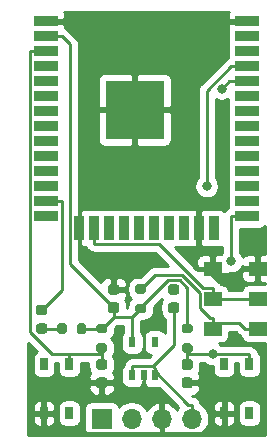
<source format=gtl>
%TF.GenerationSoftware,KiCad,Pcbnew,(5.1.7)-1*%
%TF.CreationDate,2020-10-20T01:21:36+09:00*%
%TF.ProjectId,UARTtoBluetoothSerial,55415254-746f-4426-9c75-65746f6f7468,rev?*%
%TF.SameCoordinates,Original*%
%TF.FileFunction,Copper,L1,Top*%
%TF.FilePolarity,Positive*%
%FSLAX46Y46*%
G04 Gerber Fmt 4.6, Leading zero omitted, Abs format (unit mm)*
G04 Created by KiCad (PCBNEW (5.1.7)-1) date 2020-10-20 01:21:36*
%MOMM*%
%LPD*%
G01*
G04 APERTURE LIST*
%TA.AperFunction,ComponentPad*%
%ADD10O,1.700000X1.700000*%
%TD*%
%TA.AperFunction,ComponentPad*%
%ADD11R,1.700000X1.700000*%
%TD*%
%TA.AperFunction,SMDPad,CuDef*%
%ADD12R,2.000000X0.900000*%
%TD*%
%TA.AperFunction,SMDPad,CuDef*%
%ADD13R,0.900000X2.000000*%
%TD*%
%TA.AperFunction,SMDPad,CuDef*%
%ADD14R,5.000000X5.000000*%
%TD*%
%TA.AperFunction,SMDPad,CuDef*%
%ADD15R,1.500000X1.200000*%
%TD*%
%TA.AperFunction,SMDPad,CuDef*%
%ADD16R,0.650000X1.050000*%
%TD*%
%TA.AperFunction,SMDPad,CuDef*%
%ADD17R,0.600000X0.900000*%
%TD*%
%TA.AperFunction,ViaPad*%
%ADD18C,0.800000*%
%TD*%
%TA.AperFunction,Conductor*%
%ADD19C,0.400000*%
%TD*%
%TA.AperFunction,Conductor*%
%ADD20C,0.250000*%
%TD*%
%TA.AperFunction,Conductor*%
%ADD21C,0.254000*%
%TD*%
%TA.AperFunction,Conductor*%
%ADD22C,0.100000*%
%TD*%
G04 APERTURE END LIST*
D10*
%TO.P,J1,4*%
%TO.N,+5V*%
X119380000Y-100330000D03*
%TO.P,J1,3*%
%TO.N,GND*%
X116840000Y-100330000D03*
%TO.P,J1,2*%
%TO.N,TXD*%
X114300000Y-100330000D03*
D11*
%TO.P,J1,1*%
%TO.N,RXD*%
X111760000Y-100330000D03*
%TD*%
D12*
%TO.P,U1,38*%
%TO.N,GND*%
X124054000Y-66675000D03*
%TO.P,U1,37*%
%TO.N,Net-(U1-Pad37)*%
X124054000Y-67945000D03*
%TO.P,U1,36*%
%TO.N,Net-(U1-Pad36)*%
X124054000Y-69215000D03*
%TO.P,U1,35*%
%TO.N,TXD*%
X124054000Y-70485000D03*
%TO.P,U1,34*%
%TO.N,RXD*%
X124054000Y-71755000D03*
%TO.P,U1,33*%
%TO.N,Net-(U1-Pad33)*%
X124054000Y-73025000D03*
%TO.P,U1,32*%
%TO.N,Net-(U1-Pad32)*%
X124054000Y-74295000D03*
%TO.P,U1,31*%
%TO.N,Net-(U1-Pad31)*%
X124054000Y-75565000D03*
%TO.P,U1,30*%
%TO.N,Net-(U1-Pad30)*%
X124054000Y-76835000D03*
%TO.P,U1,29*%
%TO.N,Net-(U1-Pad29)*%
X124054000Y-78105000D03*
%TO.P,U1,28*%
%TO.N,Net-(U1-Pad28)*%
X124054000Y-79375000D03*
%TO.P,U1,27*%
%TO.N,Net-(U1-Pad27)*%
X124054000Y-80645000D03*
%TO.P,U1,26*%
%TO.N,Net-(U1-Pad26)*%
X124054000Y-81915000D03*
%TO.P,U1,25*%
%TO.N,BOOT*%
X124054000Y-83185000D03*
D13*
%TO.P,U1,24*%
%TO.N,Net-(U1-Pad24)*%
X121269000Y-84185000D03*
%TO.P,U1,23*%
%TO.N,GND*%
X119999000Y-84185000D03*
%TO.P,U1,22*%
%TO.N,Net-(U1-Pad22)*%
X118729000Y-84185000D03*
%TO.P,U1,21*%
%TO.N,Net-(U1-Pad21)*%
X117459000Y-84185000D03*
%TO.P,U1,20*%
%TO.N,Net-(U1-Pad20)*%
X116189000Y-84185000D03*
%TO.P,U1,19*%
%TO.N,Net-(U1-Pad19)*%
X114919000Y-84185000D03*
%TO.P,U1,18*%
%TO.N,Net-(U1-Pad18)*%
X113649000Y-84185000D03*
%TO.P,U1,17*%
%TO.N,Net-(U1-Pad17)*%
X112379000Y-84185000D03*
%TO.P,U1,16*%
%TO.N,MODE*%
X111109000Y-84185000D03*
%TO.P,U1,15*%
%TO.N,GND*%
X109839000Y-84185000D03*
D12*
%TO.P,U1,14*%
%TO.N,Net-(U1-Pad14)*%
X107054000Y-83185000D03*
%TO.P,U1,13*%
%TO.N,LED*%
X107054000Y-81915000D03*
%TO.P,U1,12*%
%TO.N,Net-(U1-Pad12)*%
X107054000Y-80645000D03*
%TO.P,U1,11*%
%TO.N,Net-(U1-Pad11)*%
X107054000Y-79375000D03*
%TO.P,U1,10*%
%TO.N,Net-(U1-Pad10)*%
X107054000Y-78105000D03*
%TO.P,U1,9*%
%TO.N,Net-(U1-Pad9)*%
X107054000Y-76835000D03*
%TO.P,U1,8*%
%TO.N,Net-(U1-Pad8)*%
X107054000Y-75565000D03*
%TO.P,U1,7*%
%TO.N,Net-(U1-Pad7)*%
X107054000Y-74295000D03*
%TO.P,U1,6*%
%TO.N,Net-(U1-Pad6)*%
X107054000Y-73025000D03*
%TO.P,U1,5*%
%TO.N,Net-(U1-Pad5)*%
X107054000Y-71755000D03*
%TO.P,U1,4*%
%TO.N,Net-(U1-Pad4)*%
X107054000Y-70485000D03*
%TO.P,U1,3*%
%TO.N,RESET*%
X107054000Y-69215000D03*
%TO.P,U1,2*%
%TO.N,+3V3*%
X107054000Y-67945000D03*
%TO.P,U1,1*%
%TO.N,GND*%
X107054000Y-66675000D03*
D14*
%TO.P,U1,39*%
X114554000Y-74175000D03*
%TD*%
%TO.P,D1,2*%
%TO.N,Net-(D1-Pad2)*%
%TA.AperFunction,SMDPad,CuDef*%
G36*
G01*
X106423750Y-92272500D02*
X106936250Y-92272500D01*
G75*
G02*
X107155000Y-92491250I0J-218750D01*
G01*
X107155000Y-92928750D01*
G75*
G02*
X106936250Y-93147500I-218750J0D01*
G01*
X106423750Y-93147500D01*
G75*
G02*
X106205000Y-92928750I0J218750D01*
G01*
X106205000Y-92491250D01*
G75*
G02*
X106423750Y-92272500I218750J0D01*
G01*
G37*
%TD.AperFunction*%
%TO.P,D1,1*%
%TO.N,LED*%
%TA.AperFunction,SMDPad,CuDef*%
G36*
G01*
X106423750Y-90697500D02*
X106936250Y-90697500D01*
G75*
G02*
X107155000Y-90916250I0J-218750D01*
G01*
X107155000Y-91353750D01*
G75*
G02*
X106936250Y-91572500I-218750J0D01*
G01*
X106423750Y-91572500D01*
G75*
G02*
X106205000Y-91353750I0J218750D01*
G01*
X106205000Y-90916250D01*
G75*
G02*
X106423750Y-90697500I218750J0D01*
G01*
G37*
%TD.AperFunction*%
%TD*%
D15*
%TO.P,SW1,3*%
%TO.N,GND*%
X124968000Y-87630000D03*
X121158000Y-87630000D03*
%TO.P,SW1,2*%
%TO.N,MODE*%
X121158000Y-90170000D03*
X124968000Y-90170000D03*
%TO.P,SW1,1*%
%TO.N,Net-(R2-Pad2)*%
X124968000Y-92710000D03*
X121158000Y-92710000D03*
%TD*%
D16*
%TO.P,S3,4*%
%TO.N,GND*%
X106875000Y-99865000D03*
%TO.P,S3,2*%
%TO.N,Net-(S3-Pad2)*%
X109025000Y-99865000D03*
%TO.P,S3,3*%
%TO.N,Net-(S3-Pad3)*%
X106875000Y-95715000D03*
%TO.P,S3,1*%
%TO.N,RESET*%
X109025000Y-95715000D03*
%TD*%
%TO.P,S2,4*%
%TO.N,GND*%
X122125000Y-99865000D03*
%TO.P,S2,2*%
%TO.N,Net-(S2-Pad2)*%
X124275000Y-99865000D03*
%TO.P,S2,3*%
%TO.N,Net-(S2-Pad3)*%
X122125000Y-95715000D03*
%TO.P,S2,1*%
%TO.N,BOOT*%
X124275000Y-95715000D03*
%TD*%
%TO.P,R4,2*%
%TO.N,RESET*%
%TA.AperFunction,SMDPad,CuDef*%
G36*
G01*
X111485000Y-93960000D02*
X112035000Y-93960000D01*
G75*
G02*
X112235000Y-94160000I0J-200000D01*
G01*
X112235000Y-94560000D01*
G75*
G02*
X112035000Y-94760000I-200000J0D01*
G01*
X111485000Y-94760000D01*
G75*
G02*
X111285000Y-94560000I0J200000D01*
G01*
X111285000Y-94160000D01*
G75*
G02*
X111485000Y-93960000I200000J0D01*
G01*
G37*
%TD.AperFunction*%
%TO.P,R4,1*%
%TO.N,+3V3*%
%TA.AperFunction,SMDPad,CuDef*%
G36*
G01*
X111485000Y-92310000D02*
X112035000Y-92310000D01*
G75*
G02*
X112235000Y-92510000I0J-200000D01*
G01*
X112235000Y-92910000D01*
G75*
G02*
X112035000Y-93110000I-200000J0D01*
G01*
X111485000Y-93110000D01*
G75*
G02*
X111285000Y-92910000I0J200000D01*
G01*
X111285000Y-92510000D01*
G75*
G02*
X111485000Y-92310000I200000J0D01*
G01*
G37*
%TD.AperFunction*%
%TD*%
%TO.P,R3,2*%
%TO.N,BOOT*%
%TA.AperFunction,SMDPad,CuDef*%
G36*
G01*
X118725000Y-93960000D02*
X119275000Y-93960000D01*
G75*
G02*
X119475000Y-94160000I0J-200000D01*
G01*
X119475000Y-94560000D01*
G75*
G02*
X119275000Y-94760000I-200000J0D01*
G01*
X118725000Y-94760000D01*
G75*
G02*
X118525000Y-94560000I0J200000D01*
G01*
X118525000Y-94160000D01*
G75*
G02*
X118725000Y-93960000I200000J0D01*
G01*
G37*
%TD.AperFunction*%
%TO.P,R3,1*%
%TO.N,+3V3*%
%TA.AperFunction,SMDPad,CuDef*%
G36*
G01*
X118725000Y-92310000D02*
X119275000Y-92310000D01*
G75*
G02*
X119475000Y-92510000I0J-200000D01*
G01*
X119475000Y-92910000D01*
G75*
G02*
X119275000Y-93110000I-200000J0D01*
G01*
X118725000Y-93110000D01*
G75*
G02*
X118525000Y-92910000I0J200000D01*
G01*
X118525000Y-92510000D01*
G75*
G02*
X118725000Y-92310000I200000J0D01*
G01*
G37*
%TD.AperFunction*%
%TD*%
%TO.P,R2,2*%
%TO.N,Net-(R2-Pad2)*%
%TA.AperFunction,SMDPad,CuDef*%
G36*
G01*
X115337000Y-89745000D02*
X114787000Y-89745000D01*
G75*
G02*
X114587000Y-89545000I0J200000D01*
G01*
X114587000Y-89145000D01*
G75*
G02*
X114787000Y-88945000I200000J0D01*
G01*
X115337000Y-88945000D01*
G75*
G02*
X115537000Y-89145000I0J-200000D01*
G01*
X115537000Y-89545000D01*
G75*
G02*
X115337000Y-89745000I-200000J0D01*
G01*
G37*
%TD.AperFunction*%
%TO.P,R2,1*%
%TO.N,+3V3*%
%TA.AperFunction,SMDPad,CuDef*%
G36*
G01*
X115337000Y-91395000D02*
X114787000Y-91395000D01*
G75*
G02*
X114587000Y-91195000I0J200000D01*
G01*
X114587000Y-90795000D01*
G75*
G02*
X114787000Y-90595000I200000J0D01*
G01*
X115337000Y-90595000D01*
G75*
G02*
X115537000Y-90795000I0J-200000D01*
G01*
X115537000Y-91195000D01*
G75*
G02*
X115337000Y-91395000I-200000J0D01*
G01*
G37*
%TD.AperFunction*%
%TD*%
%TO.P,R1,2*%
%TO.N,+3V3*%
%TA.AperFunction,SMDPad,CuDef*%
G36*
G01*
X109645000Y-92985000D02*
X109645000Y-92435000D01*
G75*
G02*
X109845000Y-92235000I200000J0D01*
G01*
X110245000Y-92235000D01*
G75*
G02*
X110445000Y-92435000I0J-200000D01*
G01*
X110445000Y-92985000D01*
G75*
G02*
X110245000Y-93185000I-200000J0D01*
G01*
X109845000Y-93185000D01*
G75*
G02*
X109645000Y-92985000I0J200000D01*
G01*
G37*
%TD.AperFunction*%
%TO.P,R1,1*%
%TO.N,Net-(D1-Pad2)*%
%TA.AperFunction,SMDPad,CuDef*%
G36*
G01*
X107995000Y-92985000D02*
X107995000Y-92435000D01*
G75*
G02*
X108195000Y-92235000I200000J0D01*
G01*
X108595000Y-92235000D01*
G75*
G02*
X108795000Y-92435000I0J-200000D01*
G01*
X108795000Y-92985000D01*
G75*
G02*
X108595000Y-93185000I-200000J0D01*
G01*
X108195000Y-93185000D01*
G75*
G02*
X107995000Y-92985000I0J200000D01*
G01*
G37*
%TD.AperFunction*%
%TD*%
D17*
%TO.P,IC1,5*%
%TO.N,+3V3*%
X114366000Y-93850000D03*
%TO.P,IC1,4*%
%TO.N,Net-(IC1-Pad4)*%
X116266000Y-93850000D03*
%TO.P,IC1,3*%
%TO.N,+5V*%
X116266000Y-96650000D03*
%TO.P,IC1,2*%
%TO.N,GND*%
X115316000Y-96650000D03*
%TO.P,IC1,1*%
%TO.N,+5V*%
X114366000Y-96650000D03*
%TD*%
%TO.P,C4,2*%
%TO.N,GND*%
%TA.AperFunction,SMDPad,CuDef*%
G36*
G01*
X111510000Y-96845000D02*
X112010000Y-96845000D01*
G75*
G02*
X112235000Y-97070000I0J-225000D01*
G01*
X112235000Y-97520000D01*
G75*
G02*
X112010000Y-97745000I-225000J0D01*
G01*
X111510000Y-97745000D01*
G75*
G02*
X111285000Y-97520000I0J225000D01*
G01*
X111285000Y-97070000D01*
G75*
G02*
X111510000Y-96845000I225000J0D01*
G01*
G37*
%TD.AperFunction*%
%TO.P,C4,1*%
%TO.N,RESET*%
%TA.AperFunction,SMDPad,CuDef*%
G36*
G01*
X111510000Y-95295000D02*
X112010000Y-95295000D01*
G75*
G02*
X112235000Y-95520000I0J-225000D01*
G01*
X112235000Y-95970000D01*
G75*
G02*
X112010000Y-96195000I-225000J0D01*
G01*
X111510000Y-96195000D01*
G75*
G02*
X111285000Y-95970000I0J225000D01*
G01*
X111285000Y-95520000D01*
G75*
G02*
X111510000Y-95295000I225000J0D01*
G01*
G37*
%TD.AperFunction*%
%TD*%
%TO.P,C3,2*%
%TO.N,GND*%
%TA.AperFunction,SMDPad,CuDef*%
G36*
G01*
X118750000Y-96845000D02*
X119250000Y-96845000D01*
G75*
G02*
X119475000Y-97070000I0J-225000D01*
G01*
X119475000Y-97520000D01*
G75*
G02*
X119250000Y-97745000I-225000J0D01*
G01*
X118750000Y-97745000D01*
G75*
G02*
X118525000Y-97520000I0J225000D01*
G01*
X118525000Y-97070000D01*
G75*
G02*
X118750000Y-96845000I225000J0D01*
G01*
G37*
%TD.AperFunction*%
%TO.P,C3,1*%
%TO.N,BOOT*%
%TA.AperFunction,SMDPad,CuDef*%
G36*
G01*
X118750000Y-95295000D02*
X119250000Y-95295000D01*
G75*
G02*
X119475000Y-95520000I0J-225000D01*
G01*
X119475000Y-95970000D01*
G75*
G02*
X119250000Y-96195000I-225000J0D01*
G01*
X118750000Y-96195000D01*
G75*
G02*
X118525000Y-95970000I0J225000D01*
G01*
X118525000Y-95520000D01*
G75*
G02*
X118750000Y-95295000I225000J0D01*
G01*
G37*
%TD.AperFunction*%
%TD*%
%TO.P,C2,2*%
%TO.N,GND*%
%TA.AperFunction,SMDPad,CuDef*%
G36*
G01*
X113026000Y-89845000D02*
X112526000Y-89845000D01*
G75*
G02*
X112301000Y-89620000I0J225000D01*
G01*
X112301000Y-89170000D01*
G75*
G02*
X112526000Y-88945000I225000J0D01*
G01*
X113026000Y-88945000D01*
G75*
G02*
X113251000Y-89170000I0J-225000D01*
G01*
X113251000Y-89620000D01*
G75*
G02*
X113026000Y-89845000I-225000J0D01*
G01*
G37*
%TD.AperFunction*%
%TO.P,C2,1*%
%TO.N,+3V3*%
%TA.AperFunction,SMDPad,CuDef*%
G36*
G01*
X113026000Y-91395000D02*
X112526000Y-91395000D01*
G75*
G02*
X112301000Y-91170000I0J225000D01*
G01*
X112301000Y-90720000D01*
G75*
G02*
X112526000Y-90495000I225000J0D01*
G01*
X113026000Y-90495000D01*
G75*
G02*
X113251000Y-90720000I0J-225000D01*
G01*
X113251000Y-91170000D01*
G75*
G02*
X113026000Y-91395000I-225000J0D01*
G01*
G37*
%TD.AperFunction*%
%TD*%
%TO.P,C1,1*%
%TO.N,+5V*%
%TA.AperFunction,SMDPad,CuDef*%
G36*
G01*
X118106000Y-91395000D02*
X117606000Y-91395000D01*
G75*
G02*
X117381000Y-91170000I0J225000D01*
G01*
X117381000Y-90720000D01*
G75*
G02*
X117606000Y-90495000I225000J0D01*
G01*
X118106000Y-90495000D01*
G75*
G02*
X118331000Y-90720000I0J-225000D01*
G01*
X118331000Y-91170000D01*
G75*
G02*
X118106000Y-91395000I-225000J0D01*
G01*
G37*
%TD.AperFunction*%
%TO.P,C1,2*%
%TO.N,GND*%
%TA.AperFunction,SMDPad,CuDef*%
G36*
G01*
X118106000Y-89845000D02*
X117606000Y-89845000D01*
G75*
G02*
X117381000Y-89620000I0J225000D01*
G01*
X117381000Y-89170000D01*
G75*
G02*
X117606000Y-88945000I225000J0D01*
G01*
X118106000Y-88945000D01*
G75*
G02*
X118331000Y-89170000I0J-225000D01*
G01*
X118331000Y-89620000D01*
G75*
G02*
X118106000Y-89845000I-225000J0D01*
G01*
G37*
%TD.AperFunction*%
%TD*%
D18*
%TO.N,BOOT*%
X122728700Y-86989700D03*
X121183700Y-94864700D03*
%TO.N,TXD*%
X120656500Y-80644600D03*
%TO.N,RXD*%
X121920000Y-72390000D03*
%TD*%
D19*
%TO.N,GND*%
X121666000Y-88138000D02*
X121158000Y-87630000D01*
X122428000Y-88138000D02*
X121666000Y-88138000D01*
X122047000Y-88519000D02*
X121158000Y-87630000D01*
X122301000Y-88519000D02*
X122047000Y-88519000D01*
X122174000Y-88646000D02*
X122301000Y-88519000D01*
X121666000Y-88646000D02*
X122174000Y-88646000D01*
X121158000Y-88138000D02*
X121666000Y-88646000D01*
X121158000Y-87630000D02*
X121158000Y-88138000D01*
X121158000Y-87630000D02*
X119888000Y-87630000D01*
X116840000Y-101532081D02*
X116907919Y-101600000D01*
X116840000Y-100330000D02*
X116840000Y-101532081D01*
X116907919Y-101600000D02*
X120650000Y-101600000D01*
X116840000Y-101532081D02*
X116772081Y-101600000D01*
X116772081Y-101600000D02*
X108966000Y-101600000D01*
D20*
%TO.N,+5V*%
X116072200Y-95874700D02*
X114366000Y-95874700D01*
X116266000Y-96165400D02*
X116266000Y-96068500D01*
X116266000Y-96068500D02*
X116072200Y-95874700D01*
X116072200Y-95874700D02*
X117856000Y-94090900D01*
X117856000Y-94090900D02*
X117856000Y-90945000D01*
X114366000Y-96650000D02*
X114366000Y-95874700D01*
X116266000Y-96262300D02*
X116266000Y-96165400D01*
X119380000Y-100330000D02*
X119380000Y-99154700D01*
X116266000Y-96321900D02*
X119098800Y-99154700D01*
X119098800Y-99154700D02*
X119380000Y-99154700D01*
X116266000Y-96650000D02*
X116266000Y-96321900D01*
X116266000Y-96262300D02*
X116266000Y-96321900D01*
%TO.N,+3V3*%
X114366000Y-91694000D02*
X114366000Y-91691000D01*
X114366000Y-91691000D02*
X115062000Y-90995000D01*
X114366000Y-93187300D02*
X114366000Y-91694000D01*
X112776000Y-91694000D02*
X114366000Y-91694000D01*
X114366000Y-93850000D02*
X114366000Y-93187300D01*
X112776000Y-90945000D02*
X112776000Y-91694000D01*
X112776000Y-91694000D02*
X111760000Y-92710000D01*
X112776000Y-90945000D02*
X109063700Y-87232700D01*
X109063700Y-87232700D02*
X109063700Y-68629400D01*
X109063700Y-68629400D02*
X108379300Y-67945000D01*
X107054000Y-67945000D02*
X108379300Y-67945000D01*
X115062000Y-90995000D02*
X115062000Y-90899700D01*
X115062000Y-90899700D02*
X117346600Y-88615100D01*
X117346600Y-88615100D02*
X118376000Y-88615100D01*
X118376000Y-88615100D02*
X119000000Y-89239100D01*
X119000000Y-89239100D02*
X119000000Y-92710000D01*
X111760000Y-92710000D02*
X110045000Y-92710000D01*
%TO.N,BOOT*%
X121183700Y-94864700D02*
X124275000Y-94864700D01*
X119000000Y-94864700D02*
X121183700Y-94864700D01*
X122728700Y-86989700D02*
X122728700Y-83185000D01*
X124054000Y-83185000D02*
X122728700Y-83185000D01*
X119000000Y-94864700D02*
X119000000Y-94360000D01*
X119000000Y-95745000D02*
X119000000Y-94864700D01*
X124275000Y-95715000D02*
X124275000Y-94864700D01*
%TO.N,RESET*%
X107054000Y-69215000D02*
X105728700Y-69215000D01*
X109025000Y-94864700D02*
X107584600Y-94864700D01*
X107584600Y-94864700D02*
X105728700Y-93008800D01*
X105728700Y-93008800D02*
X105728700Y-69215000D01*
X111760000Y-94864700D02*
X109025000Y-94864700D01*
X111760000Y-94864700D02*
X111760000Y-94360000D01*
X111760000Y-95745000D02*
X111760000Y-94864700D01*
X109025000Y-95715000D02*
X109025000Y-94864700D01*
%TO.N,Net-(D1-Pad2)*%
X108395000Y-92710000D02*
X106680000Y-92710000D01*
%TO.N,LED*%
X107054000Y-81915000D02*
X108379300Y-81915000D01*
X106680000Y-91135000D02*
X108379300Y-89435700D01*
X108379300Y-89435700D02*
X108379300Y-81915000D01*
%TO.N,TXD*%
X124054000Y-70485000D02*
X122728700Y-70485000D01*
X120656500Y-80644600D02*
X120656500Y-72557200D01*
X120656500Y-72557200D02*
X122728700Y-70485000D01*
%TO.N,RXD*%
X122555000Y-71755000D02*
X124054000Y-71755000D01*
X121920000Y-72390000D02*
X122555000Y-71755000D01*
%TO.N,Net-(R2-Pad2)*%
X124968000Y-92710000D02*
X123892700Y-92710000D01*
X121158000Y-92247300D02*
X123430000Y-92247300D01*
X123430000Y-92247300D02*
X123892700Y-92710000D01*
X121158000Y-92247300D02*
X121158000Y-91784700D01*
X121158000Y-92710000D02*
X121158000Y-92247300D01*
X115062000Y-89345000D02*
X116245900Y-88161100D01*
X116245900Y-88161100D02*
X118558900Y-88161100D01*
X118558900Y-88161100D02*
X120078300Y-89680500D01*
X120078300Y-89680500D02*
X120078300Y-90936300D01*
X120078300Y-90936300D02*
X120926700Y-91784700D01*
X120926700Y-91784700D02*
X121158000Y-91784700D01*
%TO.N,MODE*%
X121158000Y-90170000D02*
X121158000Y-89244700D01*
X121158000Y-89244700D02*
X120319700Y-89244700D01*
X120319700Y-89244700D02*
X116585300Y-85510300D01*
X116585300Y-85510300D02*
X111109000Y-85510300D01*
X124968000Y-90170000D02*
X121158000Y-90170000D01*
X111109000Y-84185000D02*
X111109000Y-85510300D01*
%TD*%
D21*
%TO.N,GND*%
X117065241Y-101702000D02*
X116967002Y-101702000D01*
X116967002Y-101650156D01*
X117065241Y-101702000D01*
%TA.AperFunction,Conductor*%
D22*
G36*
X117065241Y-101702000D02*
G01*
X116967002Y-101702000D01*
X116967002Y-101650156D01*
X117065241Y-101702000D01*
G37*
%TD.AperFunction*%
D21*
X123328896Y-93220997D02*
X123352699Y-93250001D01*
X123457838Y-93336286D01*
X123468424Y-93344974D01*
X123589760Y-93409830D01*
X123592188Y-93434482D01*
X123628498Y-93554180D01*
X123687463Y-93664494D01*
X123766815Y-93761185D01*
X123863506Y-93840537D01*
X123973820Y-93899502D01*
X124093518Y-93935812D01*
X124218000Y-93948072D01*
X125578000Y-93948072D01*
X125578000Y-101702000D01*
X119948190Y-101702000D01*
X120083411Y-101645990D01*
X120326632Y-101483475D01*
X120533475Y-101276632D01*
X120695990Y-101033411D01*
X120807932Y-100763158D01*
X120865000Y-100476260D01*
X120865000Y-100390000D01*
X121161928Y-100390000D01*
X121174188Y-100514482D01*
X121210498Y-100634180D01*
X121269463Y-100744494D01*
X121348815Y-100841185D01*
X121445506Y-100920537D01*
X121555820Y-100979502D01*
X121675518Y-101015812D01*
X121800000Y-101028072D01*
X121839250Y-101025000D01*
X121998000Y-100866250D01*
X121998000Y-99992000D01*
X122252000Y-99992000D01*
X122252000Y-100866250D01*
X122410750Y-101025000D01*
X122450000Y-101028072D01*
X122574482Y-101015812D01*
X122694180Y-100979502D01*
X122804494Y-100920537D01*
X122901185Y-100841185D01*
X122980537Y-100744494D01*
X123039502Y-100634180D01*
X123075812Y-100514482D01*
X123088072Y-100390000D01*
X123085000Y-100150750D01*
X122926250Y-99992000D01*
X122252000Y-99992000D01*
X121998000Y-99992000D01*
X121323750Y-99992000D01*
X121165000Y-100150750D01*
X121161928Y-100390000D01*
X120865000Y-100390000D01*
X120865000Y-100183740D01*
X120807932Y-99896842D01*
X120695990Y-99626589D01*
X120533475Y-99383368D01*
X120490107Y-99340000D01*
X121161928Y-99340000D01*
X121165000Y-99579250D01*
X121323750Y-99738000D01*
X121998000Y-99738000D01*
X121998000Y-98863750D01*
X122252000Y-98863750D01*
X122252000Y-99738000D01*
X122926250Y-99738000D01*
X123085000Y-99579250D01*
X123088072Y-99340000D01*
X123311928Y-99340000D01*
X123311928Y-100390000D01*
X123324188Y-100514482D01*
X123360498Y-100634180D01*
X123419463Y-100744494D01*
X123498815Y-100841185D01*
X123595506Y-100920537D01*
X123705820Y-100979502D01*
X123825518Y-101015812D01*
X123950000Y-101028072D01*
X124600000Y-101028072D01*
X124724482Y-101015812D01*
X124844180Y-100979502D01*
X124954494Y-100920537D01*
X125051185Y-100841185D01*
X125130537Y-100744494D01*
X125189502Y-100634180D01*
X125225812Y-100514482D01*
X125238072Y-100390000D01*
X125238072Y-99340000D01*
X125225812Y-99215518D01*
X125189502Y-99095820D01*
X125130537Y-98985506D01*
X125051185Y-98888815D01*
X124954494Y-98809463D01*
X124844180Y-98750498D01*
X124724482Y-98714188D01*
X124600000Y-98701928D01*
X123950000Y-98701928D01*
X123825518Y-98714188D01*
X123705820Y-98750498D01*
X123595506Y-98809463D01*
X123498815Y-98888815D01*
X123419463Y-98985506D01*
X123360498Y-99095820D01*
X123324188Y-99215518D01*
X123311928Y-99340000D01*
X123088072Y-99340000D01*
X123075812Y-99215518D01*
X123039502Y-99095820D01*
X122980537Y-98985506D01*
X122901185Y-98888815D01*
X122804494Y-98809463D01*
X122694180Y-98750498D01*
X122574482Y-98714188D01*
X122450000Y-98701928D01*
X122410750Y-98705000D01*
X122252000Y-98863750D01*
X121998000Y-98863750D01*
X121839250Y-98705000D01*
X121800000Y-98701928D01*
X121675518Y-98714188D01*
X121555820Y-98750498D01*
X121445506Y-98809463D01*
X121348815Y-98888815D01*
X121269463Y-98985506D01*
X121210498Y-99095820D01*
X121174188Y-99215518D01*
X121161928Y-99340000D01*
X120490107Y-99340000D01*
X120326632Y-99176525D01*
X120133089Y-99047204D01*
X120129003Y-99005714D01*
X120085546Y-98862453D01*
X120014974Y-98730424D01*
X119920001Y-98614699D01*
X119804276Y-98519726D01*
X119672247Y-98449154D01*
X119528986Y-98405697D01*
X119417333Y-98394700D01*
X119413194Y-98394292D01*
X119400769Y-98381867D01*
X119475000Y-98383072D01*
X119599482Y-98370812D01*
X119719180Y-98334502D01*
X119829494Y-98275537D01*
X119926185Y-98196185D01*
X120005537Y-98099494D01*
X120064502Y-97989180D01*
X120100812Y-97869482D01*
X120113072Y-97745000D01*
X120110000Y-97580750D01*
X119951250Y-97422000D01*
X119127000Y-97422000D01*
X119127000Y-97442000D01*
X118873000Y-97442000D01*
X118873000Y-97422000D01*
X118853000Y-97422000D01*
X118853000Y-97168000D01*
X118873000Y-97168000D01*
X118873000Y-97148000D01*
X119127000Y-97148000D01*
X119127000Y-97168000D01*
X119951250Y-97168000D01*
X120110000Y-97009250D01*
X120113072Y-96845000D01*
X120100812Y-96720518D01*
X120064502Y-96600820D01*
X120005537Y-96490506D01*
X119969300Y-96446351D01*
X120047375Y-96300283D01*
X120096488Y-96138377D01*
X120113072Y-95970000D01*
X120113072Y-95624700D01*
X120479989Y-95624700D01*
X120523926Y-95668637D01*
X120693444Y-95781905D01*
X120881802Y-95859926D01*
X121081761Y-95899700D01*
X121161928Y-95899700D01*
X121161928Y-96240000D01*
X121174188Y-96364482D01*
X121210498Y-96484180D01*
X121269463Y-96594494D01*
X121348815Y-96691185D01*
X121445506Y-96770537D01*
X121555820Y-96829502D01*
X121675518Y-96865812D01*
X121800000Y-96878072D01*
X122450000Y-96878072D01*
X122574482Y-96865812D01*
X122694180Y-96829502D01*
X122804494Y-96770537D01*
X122901185Y-96691185D01*
X122980537Y-96594494D01*
X123039502Y-96484180D01*
X123075812Y-96364482D01*
X123088072Y-96240000D01*
X123088072Y-95624700D01*
X123311928Y-95624700D01*
X123311928Y-96240000D01*
X123324188Y-96364482D01*
X123360498Y-96484180D01*
X123419463Y-96594494D01*
X123498815Y-96691185D01*
X123595506Y-96770537D01*
X123705820Y-96829502D01*
X123825518Y-96865812D01*
X123950000Y-96878072D01*
X124600000Y-96878072D01*
X124724482Y-96865812D01*
X124844180Y-96829502D01*
X124954494Y-96770537D01*
X125051185Y-96691185D01*
X125130537Y-96594494D01*
X125189502Y-96484180D01*
X125225812Y-96364482D01*
X125238072Y-96240000D01*
X125238072Y-95190000D01*
X125225812Y-95065518D01*
X125189502Y-94945820D01*
X125130537Y-94835506D01*
X125051185Y-94738815D01*
X125024088Y-94716577D01*
X125024003Y-94715714D01*
X124980546Y-94572453D01*
X124909974Y-94440424D01*
X124815001Y-94324699D01*
X124699276Y-94229726D01*
X124567247Y-94159154D01*
X124423986Y-94115697D01*
X124275000Y-94101023D01*
X124237667Y-94104700D01*
X121887411Y-94104700D01*
X121843474Y-94060763D01*
X121674820Y-93948072D01*
X121908000Y-93948072D01*
X122032482Y-93935812D01*
X122152180Y-93899502D01*
X122262494Y-93840537D01*
X122359185Y-93761185D01*
X122438537Y-93664494D01*
X122497502Y-93554180D01*
X122533812Y-93434482D01*
X122546072Y-93310000D01*
X122546072Y-93007300D01*
X123115199Y-93007300D01*
X123328896Y-93220997D01*
%TA.AperFunction,Conductor*%
D22*
G36*
X123328896Y-93220997D02*
G01*
X123352699Y-93250001D01*
X123457838Y-93336286D01*
X123468424Y-93344974D01*
X123589760Y-93409830D01*
X123592188Y-93434482D01*
X123628498Y-93554180D01*
X123687463Y-93664494D01*
X123766815Y-93761185D01*
X123863506Y-93840537D01*
X123973820Y-93899502D01*
X124093518Y-93935812D01*
X124218000Y-93948072D01*
X125578000Y-93948072D01*
X125578000Y-101702000D01*
X119948190Y-101702000D01*
X120083411Y-101645990D01*
X120326632Y-101483475D01*
X120533475Y-101276632D01*
X120695990Y-101033411D01*
X120807932Y-100763158D01*
X120865000Y-100476260D01*
X120865000Y-100390000D01*
X121161928Y-100390000D01*
X121174188Y-100514482D01*
X121210498Y-100634180D01*
X121269463Y-100744494D01*
X121348815Y-100841185D01*
X121445506Y-100920537D01*
X121555820Y-100979502D01*
X121675518Y-101015812D01*
X121800000Y-101028072D01*
X121839250Y-101025000D01*
X121998000Y-100866250D01*
X121998000Y-99992000D01*
X122252000Y-99992000D01*
X122252000Y-100866250D01*
X122410750Y-101025000D01*
X122450000Y-101028072D01*
X122574482Y-101015812D01*
X122694180Y-100979502D01*
X122804494Y-100920537D01*
X122901185Y-100841185D01*
X122980537Y-100744494D01*
X123039502Y-100634180D01*
X123075812Y-100514482D01*
X123088072Y-100390000D01*
X123085000Y-100150750D01*
X122926250Y-99992000D01*
X122252000Y-99992000D01*
X121998000Y-99992000D01*
X121323750Y-99992000D01*
X121165000Y-100150750D01*
X121161928Y-100390000D01*
X120865000Y-100390000D01*
X120865000Y-100183740D01*
X120807932Y-99896842D01*
X120695990Y-99626589D01*
X120533475Y-99383368D01*
X120490107Y-99340000D01*
X121161928Y-99340000D01*
X121165000Y-99579250D01*
X121323750Y-99738000D01*
X121998000Y-99738000D01*
X121998000Y-98863750D01*
X122252000Y-98863750D01*
X122252000Y-99738000D01*
X122926250Y-99738000D01*
X123085000Y-99579250D01*
X123088072Y-99340000D01*
X123311928Y-99340000D01*
X123311928Y-100390000D01*
X123324188Y-100514482D01*
X123360498Y-100634180D01*
X123419463Y-100744494D01*
X123498815Y-100841185D01*
X123595506Y-100920537D01*
X123705820Y-100979502D01*
X123825518Y-101015812D01*
X123950000Y-101028072D01*
X124600000Y-101028072D01*
X124724482Y-101015812D01*
X124844180Y-100979502D01*
X124954494Y-100920537D01*
X125051185Y-100841185D01*
X125130537Y-100744494D01*
X125189502Y-100634180D01*
X125225812Y-100514482D01*
X125238072Y-100390000D01*
X125238072Y-99340000D01*
X125225812Y-99215518D01*
X125189502Y-99095820D01*
X125130537Y-98985506D01*
X125051185Y-98888815D01*
X124954494Y-98809463D01*
X124844180Y-98750498D01*
X124724482Y-98714188D01*
X124600000Y-98701928D01*
X123950000Y-98701928D01*
X123825518Y-98714188D01*
X123705820Y-98750498D01*
X123595506Y-98809463D01*
X123498815Y-98888815D01*
X123419463Y-98985506D01*
X123360498Y-99095820D01*
X123324188Y-99215518D01*
X123311928Y-99340000D01*
X123088072Y-99340000D01*
X123075812Y-99215518D01*
X123039502Y-99095820D01*
X122980537Y-98985506D01*
X122901185Y-98888815D01*
X122804494Y-98809463D01*
X122694180Y-98750498D01*
X122574482Y-98714188D01*
X122450000Y-98701928D01*
X122410750Y-98705000D01*
X122252000Y-98863750D01*
X121998000Y-98863750D01*
X121839250Y-98705000D01*
X121800000Y-98701928D01*
X121675518Y-98714188D01*
X121555820Y-98750498D01*
X121445506Y-98809463D01*
X121348815Y-98888815D01*
X121269463Y-98985506D01*
X121210498Y-99095820D01*
X121174188Y-99215518D01*
X121161928Y-99340000D01*
X120490107Y-99340000D01*
X120326632Y-99176525D01*
X120133089Y-99047204D01*
X120129003Y-99005714D01*
X120085546Y-98862453D01*
X120014974Y-98730424D01*
X119920001Y-98614699D01*
X119804276Y-98519726D01*
X119672247Y-98449154D01*
X119528986Y-98405697D01*
X119417333Y-98394700D01*
X119413194Y-98394292D01*
X119400769Y-98381867D01*
X119475000Y-98383072D01*
X119599482Y-98370812D01*
X119719180Y-98334502D01*
X119829494Y-98275537D01*
X119926185Y-98196185D01*
X120005537Y-98099494D01*
X120064502Y-97989180D01*
X120100812Y-97869482D01*
X120113072Y-97745000D01*
X120110000Y-97580750D01*
X119951250Y-97422000D01*
X119127000Y-97422000D01*
X119127000Y-97442000D01*
X118873000Y-97442000D01*
X118873000Y-97422000D01*
X118853000Y-97422000D01*
X118853000Y-97168000D01*
X118873000Y-97168000D01*
X118873000Y-97148000D01*
X119127000Y-97148000D01*
X119127000Y-97168000D01*
X119951250Y-97168000D01*
X120110000Y-97009250D01*
X120113072Y-96845000D01*
X120100812Y-96720518D01*
X120064502Y-96600820D01*
X120005537Y-96490506D01*
X119969300Y-96446351D01*
X120047375Y-96300283D01*
X120096488Y-96138377D01*
X120113072Y-95970000D01*
X120113072Y-95624700D01*
X120479989Y-95624700D01*
X120523926Y-95668637D01*
X120693444Y-95781905D01*
X120881802Y-95859926D01*
X121081761Y-95899700D01*
X121161928Y-95899700D01*
X121161928Y-96240000D01*
X121174188Y-96364482D01*
X121210498Y-96484180D01*
X121269463Y-96594494D01*
X121348815Y-96691185D01*
X121445506Y-96770537D01*
X121555820Y-96829502D01*
X121675518Y-96865812D01*
X121800000Y-96878072D01*
X122450000Y-96878072D01*
X122574482Y-96865812D01*
X122694180Y-96829502D01*
X122804494Y-96770537D01*
X122901185Y-96691185D01*
X122980537Y-96594494D01*
X123039502Y-96484180D01*
X123075812Y-96364482D01*
X123088072Y-96240000D01*
X123088072Y-95624700D01*
X123311928Y-95624700D01*
X123311928Y-96240000D01*
X123324188Y-96364482D01*
X123360498Y-96484180D01*
X123419463Y-96594494D01*
X123498815Y-96691185D01*
X123595506Y-96770537D01*
X123705820Y-96829502D01*
X123825518Y-96865812D01*
X123950000Y-96878072D01*
X124600000Y-96878072D01*
X124724482Y-96865812D01*
X124844180Y-96829502D01*
X124954494Y-96770537D01*
X125051185Y-96691185D01*
X125130537Y-96594494D01*
X125189502Y-96484180D01*
X125225812Y-96364482D01*
X125238072Y-96240000D01*
X125238072Y-95190000D01*
X125225812Y-95065518D01*
X125189502Y-94945820D01*
X125130537Y-94835506D01*
X125051185Y-94738815D01*
X125024088Y-94716577D01*
X125024003Y-94715714D01*
X124980546Y-94572453D01*
X124909974Y-94440424D01*
X124815001Y-94324699D01*
X124699276Y-94229726D01*
X124567247Y-94159154D01*
X124423986Y-94115697D01*
X124275000Y-94101023D01*
X124237667Y-94104700D01*
X121887411Y-94104700D01*
X121843474Y-94060763D01*
X121674820Y-93948072D01*
X121908000Y-93948072D01*
X122032482Y-93935812D01*
X122152180Y-93899502D01*
X122262494Y-93840537D01*
X122359185Y-93761185D01*
X122438537Y-93664494D01*
X122497502Y-93554180D01*
X122533812Y-93434482D01*
X122546072Y-93310000D01*
X122546072Y-93007300D01*
X123115199Y-93007300D01*
X123328896Y-93220997D01*
G37*
%TD.AperFunction*%
D21*
X116712998Y-101702000D02*
X116614759Y-101702000D01*
X116712998Y-101650156D01*
X116712998Y-101702000D01*
%TA.AperFunction,Conductor*%
D22*
G36*
X116712998Y-101702000D02*
G01*
X116614759Y-101702000D01*
X116712998Y-101650156D01*
X116712998Y-101702000D01*
G37*
%TD.AperFunction*%
D21*
X116850463Y-90199494D02*
X116886700Y-90243649D01*
X116808625Y-90389717D01*
X116759512Y-90551623D01*
X116742928Y-90720000D01*
X116742928Y-91170000D01*
X116759512Y-91338377D01*
X116808625Y-91500283D01*
X116888382Y-91649497D01*
X116995716Y-91780284D01*
X117096001Y-91862585D01*
X117096000Y-93044852D01*
X117017185Y-92948815D01*
X116920494Y-92869463D01*
X116810180Y-92810498D01*
X116690482Y-92774188D01*
X116566000Y-92761928D01*
X115966000Y-92761928D01*
X115841518Y-92774188D01*
X115721820Y-92810498D01*
X115611506Y-92869463D01*
X115514815Y-92948815D01*
X115435463Y-93045506D01*
X115376498Y-93155820D01*
X115340188Y-93275518D01*
X115327928Y-93400000D01*
X115327928Y-94300000D01*
X115340188Y-94424482D01*
X115376498Y-94544180D01*
X115435463Y-94654494D01*
X115514815Y-94751185D01*
X115611506Y-94830537D01*
X115721820Y-94889502D01*
X115841518Y-94925812D01*
X115936893Y-94935205D01*
X115757399Y-95114700D01*
X114403333Y-95114700D01*
X114366000Y-95111023D01*
X114328667Y-95114700D01*
X114217014Y-95125697D01*
X114073753Y-95169154D01*
X113941724Y-95239726D01*
X113825999Y-95334699D01*
X113731026Y-95450424D01*
X113660454Y-95582453D01*
X113616997Y-95725714D01*
X113614709Y-95748944D01*
X113535463Y-95845506D01*
X113476498Y-95955820D01*
X113440188Y-96075518D01*
X113427928Y-96200000D01*
X113427928Y-97100000D01*
X113440188Y-97224482D01*
X113476498Y-97344180D01*
X113535463Y-97454494D01*
X113614815Y-97551185D01*
X113711506Y-97630537D01*
X113821820Y-97689502D01*
X113941518Y-97725812D01*
X114066000Y-97738072D01*
X114666000Y-97738072D01*
X114790482Y-97725812D01*
X114841000Y-97710488D01*
X114891518Y-97725812D01*
X115016000Y-97738072D01*
X115030250Y-97735000D01*
X115189000Y-97576250D01*
X115189000Y-97463678D01*
X115196537Y-97454494D01*
X115255502Y-97344180D01*
X115291812Y-97224482D01*
X115304072Y-97100000D01*
X115304072Y-96634700D01*
X115327928Y-96634700D01*
X115327928Y-97100000D01*
X115340188Y-97224482D01*
X115376498Y-97344180D01*
X115435463Y-97454494D01*
X115443000Y-97463678D01*
X115443000Y-97576250D01*
X115601750Y-97735000D01*
X115616000Y-97738072D01*
X115740482Y-97725812D01*
X115791000Y-97710488D01*
X115841518Y-97725812D01*
X115966000Y-97738072D01*
X116566000Y-97738072D01*
X116603661Y-97734363D01*
X118239596Y-99370297D01*
X118226525Y-99383368D01*
X118104805Y-99565534D01*
X118035178Y-99448645D01*
X117840269Y-99232412D01*
X117606920Y-99058359D01*
X117344099Y-98933175D01*
X117196890Y-98888524D01*
X116967000Y-99009845D01*
X116967000Y-100203000D01*
X116987000Y-100203000D01*
X116987000Y-100457000D01*
X116967000Y-100457000D01*
X116967000Y-100477000D01*
X116713000Y-100477000D01*
X116713000Y-100457000D01*
X116693000Y-100457000D01*
X116693000Y-100203000D01*
X116713000Y-100203000D01*
X116713000Y-99009845D01*
X116483110Y-98888524D01*
X116335901Y-98933175D01*
X116073080Y-99058359D01*
X115839731Y-99232412D01*
X115644822Y-99448645D01*
X115575195Y-99565534D01*
X115453475Y-99383368D01*
X115246632Y-99176525D01*
X115003411Y-99014010D01*
X114733158Y-98902068D01*
X114446260Y-98845000D01*
X114153740Y-98845000D01*
X113866842Y-98902068D01*
X113596589Y-99014010D01*
X113353368Y-99176525D01*
X113221513Y-99308380D01*
X113199502Y-99235820D01*
X113140537Y-99125506D01*
X113061185Y-99028815D01*
X112964494Y-98949463D01*
X112854180Y-98890498D01*
X112734482Y-98854188D01*
X112610000Y-98841928D01*
X110910000Y-98841928D01*
X110785518Y-98854188D01*
X110665820Y-98890498D01*
X110555506Y-98949463D01*
X110458815Y-99028815D01*
X110379463Y-99125506D01*
X110320498Y-99235820D01*
X110284188Y-99355518D01*
X110271928Y-99480000D01*
X110271928Y-101180000D01*
X110284188Y-101304482D01*
X110320498Y-101424180D01*
X110379463Y-101534494D01*
X110458815Y-101631185D01*
X110545104Y-101702000D01*
X105562000Y-101702000D01*
X105562000Y-100390000D01*
X105911928Y-100390000D01*
X105924188Y-100514482D01*
X105960498Y-100634180D01*
X106019463Y-100744494D01*
X106098815Y-100841185D01*
X106195506Y-100920537D01*
X106305820Y-100979502D01*
X106425518Y-101015812D01*
X106550000Y-101028072D01*
X106589250Y-101025000D01*
X106748000Y-100866250D01*
X106748000Y-99992000D01*
X107002000Y-99992000D01*
X107002000Y-100866250D01*
X107160750Y-101025000D01*
X107200000Y-101028072D01*
X107324482Y-101015812D01*
X107444180Y-100979502D01*
X107554494Y-100920537D01*
X107651185Y-100841185D01*
X107730537Y-100744494D01*
X107789502Y-100634180D01*
X107825812Y-100514482D01*
X107838072Y-100390000D01*
X107835000Y-100150750D01*
X107676250Y-99992000D01*
X107002000Y-99992000D01*
X106748000Y-99992000D01*
X106073750Y-99992000D01*
X105915000Y-100150750D01*
X105911928Y-100390000D01*
X105562000Y-100390000D01*
X105562000Y-99340000D01*
X105911928Y-99340000D01*
X105915000Y-99579250D01*
X106073750Y-99738000D01*
X106748000Y-99738000D01*
X106748000Y-98863750D01*
X107002000Y-98863750D01*
X107002000Y-99738000D01*
X107676250Y-99738000D01*
X107835000Y-99579250D01*
X107838072Y-99340000D01*
X108061928Y-99340000D01*
X108061928Y-100390000D01*
X108074188Y-100514482D01*
X108110498Y-100634180D01*
X108169463Y-100744494D01*
X108248815Y-100841185D01*
X108345506Y-100920537D01*
X108455820Y-100979502D01*
X108575518Y-101015812D01*
X108700000Y-101028072D01*
X109350000Y-101028072D01*
X109474482Y-101015812D01*
X109594180Y-100979502D01*
X109704494Y-100920537D01*
X109801185Y-100841185D01*
X109880537Y-100744494D01*
X109939502Y-100634180D01*
X109975812Y-100514482D01*
X109988072Y-100390000D01*
X109988072Y-99340000D01*
X109975812Y-99215518D01*
X109939502Y-99095820D01*
X109880537Y-98985506D01*
X109801185Y-98888815D01*
X109704494Y-98809463D01*
X109594180Y-98750498D01*
X109474482Y-98714188D01*
X109350000Y-98701928D01*
X108700000Y-98701928D01*
X108575518Y-98714188D01*
X108455820Y-98750498D01*
X108345506Y-98809463D01*
X108248815Y-98888815D01*
X108169463Y-98985506D01*
X108110498Y-99095820D01*
X108074188Y-99215518D01*
X108061928Y-99340000D01*
X107838072Y-99340000D01*
X107825812Y-99215518D01*
X107789502Y-99095820D01*
X107730537Y-98985506D01*
X107651185Y-98888815D01*
X107554494Y-98809463D01*
X107444180Y-98750498D01*
X107324482Y-98714188D01*
X107200000Y-98701928D01*
X107160750Y-98705000D01*
X107002000Y-98863750D01*
X106748000Y-98863750D01*
X106589250Y-98705000D01*
X106550000Y-98701928D01*
X106425518Y-98714188D01*
X106305820Y-98750498D01*
X106195506Y-98809463D01*
X106098815Y-98888815D01*
X106019463Y-98985506D01*
X105960498Y-99095820D01*
X105924188Y-99215518D01*
X105911928Y-99340000D01*
X105562000Y-99340000D01*
X105562000Y-97745000D01*
X110646928Y-97745000D01*
X110659188Y-97869482D01*
X110695498Y-97989180D01*
X110754463Y-98099494D01*
X110833815Y-98196185D01*
X110930506Y-98275537D01*
X111040820Y-98334502D01*
X111160518Y-98370812D01*
X111285000Y-98383072D01*
X111474250Y-98380000D01*
X111633000Y-98221250D01*
X111633000Y-97422000D01*
X111887000Y-97422000D01*
X111887000Y-98221250D01*
X112045750Y-98380000D01*
X112235000Y-98383072D01*
X112359482Y-98370812D01*
X112479180Y-98334502D01*
X112589494Y-98275537D01*
X112686185Y-98196185D01*
X112765537Y-98099494D01*
X112824502Y-97989180D01*
X112860812Y-97869482D01*
X112873072Y-97745000D01*
X112870000Y-97580750D01*
X112711250Y-97422000D01*
X111887000Y-97422000D01*
X111633000Y-97422000D01*
X110808750Y-97422000D01*
X110650000Y-97580750D01*
X110646928Y-97745000D01*
X105562000Y-97745000D01*
X105562000Y-93916901D01*
X106266574Y-94621476D01*
X106195506Y-94659463D01*
X106098815Y-94738815D01*
X106019463Y-94835506D01*
X105960498Y-94945820D01*
X105924188Y-95065518D01*
X105911928Y-95190000D01*
X105911928Y-96240000D01*
X105924188Y-96364482D01*
X105960498Y-96484180D01*
X106019463Y-96594494D01*
X106098815Y-96691185D01*
X106195506Y-96770537D01*
X106305820Y-96829502D01*
X106425518Y-96865812D01*
X106550000Y-96878072D01*
X107200000Y-96878072D01*
X107324482Y-96865812D01*
X107444180Y-96829502D01*
X107554494Y-96770537D01*
X107651185Y-96691185D01*
X107730537Y-96594494D01*
X107789502Y-96484180D01*
X107825812Y-96364482D01*
X107838072Y-96240000D01*
X107838072Y-95624700D01*
X108061928Y-95624700D01*
X108061928Y-96240000D01*
X108074188Y-96364482D01*
X108110498Y-96484180D01*
X108169463Y-96594494D01*
X108248815Y-96691185D01*
X108345506Y-96770537D01*
X108455820Y-96829502D01*
X108575518Y-96865812D01*
X108700000Y-96878072D01*
X109350000Y-96878072D01*
X109474482Y-96865812D01*
X109594180Y-96829502D01*
X109704494Y-96770537D01*
X109801185Y-96691185D01*
X109880537Y-96594494D01*
X109939502Y-96484180D01*
X109975812Y-96364482D01*
X109988072Y-96240000D01*
X109988072Y-95624700D01*
X110646928Y-95624700D01*
X110646928Y-95970000D01*
X110663512Y-96138377D01*
X110712625Y-96300283D01*
X110790700Y-96446351D01*
X110754463Y-96490506D01*
X110695498Y-96600820D01*
X110659188Y-96720518D01*
X110646928Y-96845000D01*
X110650000Y-97009250D01*
X110808750Y-97168000D01*
X111633000Y-97168000D01*
X111633000Y-97148000D01*
X111887000Y-97148000D01*
X111887000Y-97168000D01*
X112711250Y-97168000D01*
X112870000Y-97009250D01*
X112873072Y-96845000D01*
X112860812Y-96720518D01*
X112824502Y-96600820D01*
X112765537Y-96490506D01*
X112729300Y-96446351D01*
X112807375Y-96300283D01*
X112856488Y-96138377D01*
X112873072Y-95970000D01*
X112873072Y-95520000D01*
X112856488Y-95351623D01*
X112807375Y-95189717D01*
X112727618Y-95040503D01*
X112723612Y-95035622D01*
X112731831Y-95025608D01*
X112809278Y-94880716D01*
X112856969Y-94723500D01*
X112873072Y-94560000D01*
X112873072Y-94160000D01*
X112856969Y-93996500D01*
X112809278Y-93839284D01*
X112731831Y-93694392D01*
X112627606Y-93567394D01*
X112588134Y-93535000D01*
X112627606Y-93502606D01*
X112731831Y-93375608D01*
X112809278Y-93230716D01*
X112856969Y-93073500D01*
X112873072Y-92910000D01*
X112873072Y-92671730D01*
X113090802Y-92454000D01*
X113606000Y-92454000D01*
X113606000Y-92959556D01*
X113535463Y-93045506D01*
X113476498Y-93155820D01*
X113440188Y-93275518D01*
X113427928Y-93400000D01*
X113427928Y-94300000D01*
X113440188Y-94424482D01*
X113476498Y-94544180D01*
X113535463Y-94654494D01*
X113614815Y-94751185D01*
X113711506Y-94830537D01*
X113821820Y-94889502D01*
X113941518Y-94925812D01*
X114066000Y-94938072D01*
X114666000Y-94938072D01*
X114790482Y-94925812D01*
X114910180Y-94889502D01*
X115020494Y-94830537D01*
X115117185Y-94751185D01*
X115196537Y-94654494D01*
X115255502Y-94544180D01*
X115291812Y-94424482D01*
X115304072Y-94300000D01*
X115304072Y-93400000D01*
X115291812Y-93275518D01*
X115255502Y-93155820D01*
X115196537Y-93045506D01*
X115126000Y-92959556D01*
X115126000Y-92033072D01*
X115337000Y-92033072D01*
X115500500Y-92016969D01*
X115657716Y-91969278D01*
X115802608Y-91891831D01*
X115929606Y-91787606D01*
X116033831Y-91660608D01*
X116111278Y-91515716D01*
X116158969Y-91358500D01*
X116175072Y-91195000D01*
X116175072Y-90861429D01*
X116845776Y-90190725D01*
X116850463Y-90199494D01*
%TA.AperFunction,Conductor*%
D22*
G36*
X116850463Y-90199494D02*
G01*
X116886700Y-90243649D01*
X116808625Y-90389717D01*
X116759512Y-90551623D01*
X116742928Y-90720000D01*
X116742928Y-91170000D01*
X116759512Y-91338377D01*
X116808625Y-91500283D01*
X116888382Y-91649497D01*
X116995716Y-91780284D01*
X117096001Y-91862585D01*
X117096000Y-93044852D01*
X117017185Y-92948815D01*
X116920494Y-92869463D01*
X116810180Y-92810498D01*
X116690482Y-92774188D01*
X116566000Y-92761928D01*
X115966000Y-92761928D01*
X115841518Y-92774188D01*
X115721820Y-92810498D01*
X115611506Y-92869463D01*
X115514815Y-92948815D01*
X115435463Y-93045506D01*
X115376498Y-93155820D01*
X115340188Y-93275518D01*
X115327928Y-93400000D01*
X115327928Y-94300000D01*
X115340188Y-94424482D01*
X115376498Y-94544180D01*
X115435463Y-94654494D01*
X115514815Y-94751185D01*
X115611506Y-94830537D01*
X115721820Y-94889502D01*
X115841518Y-94925812D01*
X115936893Y-94935205D01*
X115757399Y-95114700D01*
X114403333Y-95114700D01*
X114366000Y-95111023D01*
X114328667Y-95114700D01*
X114217014Y-95125697D01*
X114073753Y-95169154D01*
X113941724Y-95239726D01*
X113825999Y-95334699D01*
X113731026Y-95450424D01*
X113660454Y-95582453D01*
X113616997Y-95725714D01*
X113614709Y-95748944D01*
X113535463Y-95845506D01*
X113476498Y-95955820D01*
X113440188Y-96075518D01*
X113427928Y-96200000D01*
X113427928Y-97100000D01*
X113440188Y-97224482D01*
X113476498Y-97344180D01*
X113535463Y-97454494D01*
X113614815Y-97551185D01*
X113711506Y-97630537D01*
X113821820Y-97689502D01*
X113941518Y-97725812D01*
X114066000Y-97738072D01*
X114666000Y-97738072D01*
X114790482Y-97725812D01*
X114841000Y-97710488D01*
X114891518Y-97725812D01*
X115016000Y-97738072D01*
X115030250Y-97735000D01*
X115189000Y-97576250D01*
X115189000Y-97463678D01*
X115196537Y-97454494D01*
X115255502Y-97344180D01*
X115291812Y-97224482D01*
X115304072Y-97100000D01*
X115304072Y-96634700D01*
X115327928Y-96634700D01*
X115327928Y-97100000D01*
X115340188Y-97224482D01*
X115376498Y-97344180D01*
X115435463Y-97454494D01*
X115443000Y-97463678D01*
X115443000Y-97576250D01*
X115601750Y-97735000D01*
X115616000Y-97738072D01*
X115740482Y-97725812D01*
X115791000Y-97710488D01*
X115841518Y-97725812D01*
X115966000Y-97738072D01*
X116566000Y-97738072D01*
X116603661Y-97734363D01*
X118239596Y-99370297D01*
X118226525Y-99383368D01*
X118104805Y-99565534D01*
X118035178Y-99448645D01*
X117840269Y-99232412D01*
X117606920Y-99058359D01*
X117344099Y-98933175D01*
X117196890Y-98888524D01*
X116967000Y-99009845D01*
X116967000Y-100203000D01*
X116987000Y-100203000D01*
X116987000Y-100457000D01*
X116967000Y-100457000D01*
X116967000Y-100477000D01*
X116713000Y-100477000D01*
X116713000Y-100457000D01*
X116693000Y-100457000D01*
X116693000Y-100203000D01*
X116713000Y-100203000D01*
X116713000Y-99009845D01*
X116483110Y-98888524D01*
X116335901Y-98933175D01*
X116073080Y-99058359D01*
X115839731Y-99232412D01*
X115644822Y-99448645D01*
X115575195Y-99565534D01*
X115453475Y-99383368D01*
X115246632Y-99176525D01*
X115003411Y-99014010D01*
X114733158Y-98902068D01*
X114446260Y-98845000D01*
X114153740Y-98845000D01*
X113866842Y-98902068D01*
X113596589Y-99014010D01*
X113353368Y-99176525D01*
X113221513Y-99308380D01*
X113199502Y-99235820D01*
X113140537Y-99125506D01*
X113061185Y-99028815D01*
X112964494Y-98949463D01*
X112854180Y-98890498D01*
X112734482Y-98854188D01*
X112610000Y-98841928D01*
X110910000Y-98841928D01*
X110785518Y-98854188D01*
X110665820Y-98890498D01*
X110555506Y-98949463D01*
X110458815Y-99028815D01*
X110379463Y-99125506D01*
X110320498Y-99235820D01*
X110284188Y-99355518D01*
X110271928Y-99480000D01*
X110271928Y-101180000D01*
X110284188Y-101304482D01*
X110320498Y-101424180D01*
X110379463Y-101534494D01*
X110458815Y-101631185D01*
X110545104Y-101702000D01*
X105562000Y-101702000D01*
X105562000Y-100390000D01*
X105911928Y-100390000D01*
X105924188Y-100514482D01*
X105960498Y-100634180D01*
X106019463Y-100744494D01*
X106098815Y-100841185D01*
X106195506Y-100920537D01*
X106305820Y-100979502D01*
X106425518Y-101015812D01*
X106550000Y-101028072D01*
X106589250Y-101025000D01*
X106748000Y-100866250D01*
X106748000Y-99992000D01*
X107002000Y-99992000D01*
X107002000Y-100866250D01*
X107160750Y-101025000D01*
X107200000Y-101028072D01*
X107324482Y-101015812D01*
X107444180Y-100979502D01*
X107554494Y-100920537D01*
X107651185Y-100841185D01*
X107730537Y-100744494D01*
X107789502Y-100634180D01*
X107825812Y-100514482D01*
X107838072Y-100390000D01*
X107835000Y-100150750D01*
X107676250Y-99992000D01*
X107002000Y-99992000D01*
X106748000Y-99992000D01*
X106073750Y-99992000D01*
X105915000Y-100150750D01*
X105911928Y-100390000D01*
X105562000Y-100390000D01*
X105562000Y-99340000D01*
X105911928Y-99340000D01*
X105915000Y-99579250D01*
X106073750Y-99738000D01*
X106748000Y-99738000D01*
X106748000Y-98863750D01*
X107002000Y-98863750D01*
X107002000Y-99738000D01*
X107676250Y-99738000D01*
X107835000Y-99579250D01*
X107838072Y-99340000D01*
X108061928Y-99340000D01*
X108061928Y-100390000D01*
X108074188Y-100514482D01*
X108110498Y-100634180D01*
X108169463Y-100744494D01*
X108248815Y-100841185D01*
X108345506Y-100920537D01*
X108455820Y-100979502D01*
X108575518Y-101015812D01*
X108700000Y-101028072D01*
X109350000Y-101028072D01*
X109474482Y-101015812D01*
X109594180Y-100979502D01*
X109704494Y-100920537D01*
X109801185Y-100841185D01*
X109880537Y-100744494D01*
X109939502Y-100634180D01*
X109975812Y-100514482D01*
X109988072Y-100390000D01*
X109988072Y-99340000D01*
X109975812Y-99215518D01*
X109939502Y-99095820D01*
X109880537Y-98985506D01*
X109801185Y-98888815D01*
X109704494Y-98809463D01*
X109594180Y-98750498D01*
X109474482Y-98714188D01*
X109350000Y-98701928D01*
X108700000Y-98701928D01*
X108575518Y-98714188D01*
X108455820Y-98750498D01*
X108345506Y-98809463D01*
X108248815Y-98888815D01*
X108169463Y-98985506D01*
X108110498Y-99095820D01*
X108074188Y-99215518D01*
X108061928Y-99340000D01*
X107838072Y-99340000D01*
X107825812Y-99215518D01*
X107789502Y-99095820D01*
X107730537Y-98985506D01*
X107651185Y-98888815D01*
X107554494Y-98809463D01*
X107444180Y-98750498D01*
X107324482Y-98714188D01*
X107200000Y-98701928D01*
X107160750Y-98705000D01*
X107002000Y-98863750D01*
X106748000Y-98863750D01*
X106589250Y-98705000D01*
X106550000Y-98701928D01*
X106425518Y-98714188D01*
X106305820Y-98750498D01*
X106195506Y-98809463D01*
X106098815Y-98888815D01*
X106019463Y-98985506D01*
X105960498Y-99095820D01*
X105924188Y-99215518D01*
X105911928Y-99340000D01*
X105562000Y-99340000D01*
X105562000Y-97745000D01*
X110646928Y-97745000D01*
X110659188Y-97869482D01*
X110695498Y-97989180D01*
X110754463Y-98099494D01*
X110833815Y-98196185D01*
X110930506Y-98275537D01*
X111040820Y-98334502D01*
X111160518Y-98370812D01*
X111285000Y-98383072D01*
X111474250Y-98380000D01*
X111633000Y-98221250D01*
X111633000Y-97422000D01*
X111887000Y-97422000D01*
X111887000Y-98221250D01*
X112045750Y-98380000D01*
X112235000Y-98383072D01*
X112359482Y-98370812D01*
X112479180Y-98334502D01*
X112589494Y-98275537D01*
X112686185Y-98196185D01*
X112765537Y-98099494D01*
X112824502Y-97989180D01*
X112860812Y-97869482D01*
X112873072Y-97745000D01*
X112870000Y-97580750D01*
X112711250Y-97422000D01*
X111887000Y-97422000D01*
X111633000Y-97422000D01*
X110808750Y-97422000D01*
X110650000Y-97580750D01*
X110646928Y-97745000D01*
X105562000Y-97745000D01*
X105562000Y-93916901D01*
X106266574Y-94621476D01*
X106195506Y-94659463D01*
X106098815Y-94738815D01*
X106019463Y-94835506D01*
X105960498Y-94945820D01*
X105924188Y-95065518D01*
X105911928Y-95190000D01*
X105911928Y-96240000D01*
X105924188Y-96364482D01*
X105960498Y-96484180D01*
X106019463Y-96594494D01*
X106098815Y-96691185D01*
X106195506Y-96770537D01*
X106305820Y-96829502D01*
X106425518Y-96865812D01*
X106550000Y-96878072D01*
X107200000Y-96878072D01*
X107324482Y-96865812D01*
X107444180Y-96829502D01*
X107554494Y-96770537D01*
X107651185Y-96691185D01*
X107730537Y-96594494D01*
X107789502Y-96484180D01*
X107825812Y-96364482D01*
X107838072Y-96240000D01*
X107838072Y-95624700D01*
X108061928Y-95624700D01*
X108061928Y-96240000D01*
X108074188Y-96364482D01*
X108110498Y-96484180D01*
X108169463Y-96594494D01*
X108248815Y-96691185D01*
X108345506Y-96770537D01*
X108455820Y-96829502D01*
X108575518Y-96865812D01*
X108700000Y-96878072D01*
X109350000Y-96878072D01*
X109474482Y-96865812D01*
X109594180Y-96829502D01*
X109704494Y-96770537D01*
X109801185Y-96691185D01*
X109880537Y-96594494D01*
X109939502Y-96484180D01*
X109975812Y-96364482D01*
X109988072Y-96240000D01*
X109988072Y-95624700D01*
X110646928Y-95624700D01*
X110646928Y-95970000D01*
X110663512Y-96138377D01*
X110712625Y-96300283D01*
X110790700Y-96446351D01*
X110754463Y-96490506D01*
X110695498Y-96600820D01*
X110659188Y-96720518D01*
X110646928Y-96845000D01*
X110650000Y-97009250D01*
X110808750Y-97168000D01*
X111633000Y-97168000D01*
X111633000Y-97148000D01*
X111887000Y-97148000D01*
X111887000Y-97168000D01*
X112711250Y-97168000D01*
X112870000Y-97009250D01*
X112873072Y-96845000D01*
X112860812Y-96720518D01*
X112824502Y-96600820D01*
X112765537Y-96490506D01*
X112729300Y-96446351D01*
X112807375Y-96300283D01*
X112856488Y-96138377D01*
X112873072Y-95970000D01*
X112873072Y-95520000D01*
X112856488Y-95351623D01*
X112807375Y-95189717D01*
X112727618Y-95040503D01*
X112723612Y-95035622D01*
X112731831Y-95025608D01*
X112809278Y-94880716D01*
X112856969Y-94723500D01*
X112873072Y-94560000D01*
X112873072Y-94160000D01*
X112856969Y-93996500D01*
X112809278Y-93839284D01*
X112731831Y-93694392D01*
X112627606Y-93567394D01*
X112588134Y-93535000D01*
X112627606Y-93502606D01*
X112731831Y-93375608D01*
X112809278Y-93230716D01*
X112856969Y-93073500D01*
X112873072Y-92910000D01*
X112873072Y-92671730D01*
X113090802Y-92454000D01*
X113606000Y-92454000D01*
X113606000Y-92959556D01*
X113535463Y-93045506D01*
X113476498Y-93155820D01*
X113440188Y-93275518D01*
X113427928Y-93400000D01*
X113427928Y-94300000D01*
X113440188Y-94424482D01*
X113476498Y-94544180D01*
X113535463Y-94654494D01*
X113614815Y-94751185D01*
X113711506Y-94830537D01*
X113821820Y-94889502D01*
X113941518Y-94925812D01*
X114066000Y-94938072D01*
X114666000Y-94938072D01*
X114790482Y-94925812D01*
X114910180Y-94889502D01*
X115020494Y-94830537D01*
X115117185Y-94751185D01*
X115196537Y-94654494D01*
X115255502Y-94544180D01*
X115291812Y-94424482D01*
X115304072Y-94300000D01*
X115304072Y-93400000D01*
X115291812Y-93275518D01*
X115255502Y-93155820D01*
X115196537Y-93045506D01*
X115126000Y-92959556D01*
X115126000Y-92033072D01*
X115337000Y-92033072D01*
X115500500Y-92016969D01*
X115657716Y-91969278D01*
X115802608Y-91891831D01*
X115929606Y-91787606D01*
X116033831Y-91660608D01*
X116111278Y-91515716D01*
X116158969Y-91358500D01*
X116175072Y-91195000D01*
X116175072Y-90861429D01*
X116845776Y-90190725D01*
X116850463Y-90199494D01*
G37*
%TD.AperFunction*%
D21*
X122464498Y-65980820D02*
X122428188Y-66100518D01*
X122415928Y-66225000D01*
X122419000Y-66389250D01*
X122577750Y-66548000D01*
X123927000Y-66548000D01*
X123927000Y-66528000D01*
X124181000Y-66528000D01*
X124181000Y-66548000D01*
X124201000Y-66548000D01*
X124201000Y-66802000D01*
X124181000Y-66802000D01*
X124181000Y-66822000D01*
X123927000Y-66822000D01*
X123927000Y-66802000D01*
X122577750Y-66802000D01*
X122419000Y-66960750D01*
X122415928Y-67125000D01*
X122428188Y-67249482D01*
X122446546Y-67310000D01*
X122428188Y-67370518D01*
X122415928Y-67495000D01*
X122415928Y-68395000D01*
X122428188Y-68519482D01*
X122446546Y-68580000D01*
X122428188Y-68640518D01*
X122415928Y-68765000D01*
X122415928Y-69665000D01*
X122427663Y-69784152D01*
X122304424Y-69850026D01*
X122188699Y-69944999D01*
X122164901Y-69973997D01*
X120145498Y-71993401D01*
X120116500Y-72017199D01*
X120092702Y-72046197D01*
X120092701Y-72046198D01*
X120021526Y-72132924D01*
X119950954Y-72264954D01*
X119930975Y-72330820D01*
X119907498Y-72408214D01*
X119896980Y-72515000D01*
X119892824Y-72557200D01*
X119896501Y-72594532D01*
X119896500Y-79940889D01*
X119852563Y-79984826D01*
X119739295Y-80154344D01*
X119661274Y-80342702D01*
X119621500Y-80542661D01*
X119621500Y-80746539D01*
X119661274Y-80946498D01*
X119739295Y-81134856D01*
X119852563Y-81304374D01*
X119996726Y-81448537D01*
X120166244Y-81561805D01*
X120354602Y-81639826D01*
X120554561Y-81679600D01*
X120758439Y-81679600D01*
X120958398Y-81639826D01*
X121146756Y-81561805D01*
X121316274Y-81448537D01*
X121460437Y-81304374D01*
X121573705Y-81134856D01*
X121651726Y-80946498D01*
X121691500Y-80746539D01*
X121691500Y-80542661D01*
X121651726Y-80342702D01*
X121573705Y-80154344D01*
X121460437Y-79984826D01*
X121416500Y-79940889D01*
X121416500Y-73298356D01*
X121429744Y-73307205D01*
X121618102Y-73385226D01*
X121818061Y-73425000D01*
X122021939Y-73425000D01*
X122221898Y-73385226D01*
X122410256Y-73307205D01*
X122415928Y-73303415D01*
X122415928Y-73475000D01*
X122428188Y-73599482D01*
X122446546Y-73660000D01*
X122428188Y-73720518D01*
X122415928Y-73845000D01*
X122415928Y-74745000D01*
X122428188Y-74869482D01*
X122446546Y-74930000D01*
X122428188Y-74990518D01*
X122415928Y-75115000D01*
X122415928Y-76015000D01*
X122428188Y-76139482D01*
X122446546Y-76200000D01*
X122428188Y-76260518D01*
X122415928Y-76385000D01*
X122415928Y-77285000D01*
X122428188Y-77409482D01*
X122446546Y-77470000D01*
X122428188Y-77530518D01*
X122415928Y-77655000D01*
X122415928Y-78555000D01*
X122428188Y-78679482D01*
X122446546Y-78740000D01*
X122428188Y-78800518D01*
X122415928Y-78925000D01*
X122415928Y-79825000D01*
X122428188Y-79949482D01*
X122446546Y-80010000D01*
X122428188Y-80070518D01*
X122415928Y-80195000D01*
X122415928Y-81095000D01*
X122428188Y-81219482D01*
X122446546Y-81280000D01*
X122428188Y-81340518D01*
X122415928Y-81465000D01*
X122415928Y-82365000D01*
X122427663Y-82484152D01*
X122304424Y-82550026D01*
X122188699Y-82644999D01*
X122137693Y-82707150D01*
X122073494Y-82654463D01*
X121963180Y-82595498D01*
X121843482Y-82559188D01*
X121719000Y-82546928D01*
X120819000Y-82546928D01*
X120694518Y-82559188D01*
X120634000Y-82577546D01*
X120573482Y-82559188D01*
X120449000Y-82546928D01*
X120284750Y-82550000D01*
X120126000Y-82708750D01*
X120126000Y-84058000D01*
X120146000Y-84058000D01*
X120146000Y-84312000D01*
X120126000Y-84312000D01*
X120126000Y-85661250D01*
X120284750Y-85820000D01*
X120449000Y-85823072D01*
X120573482Y-85810812D01*
X120634000Y-85792454D01*
X120694518Y-85810812D01*
X120819000Y-85823072D01*
X121719000Y-85823072D01*
X121843482Y-85810812D01*
X121963180Y-85774502D01*
X121968700Y-85771551D01*
X121968700Y-86285989D01*
X121924763Y-86329926D01*
X121883225Y-86392092D01*
X121443750Y-86395000D01*
X121285000Y-86553750D01*
X121285000Y-87503000D01*
X121305000Y-87503000D01*
X121305000Y-87757000D01*
X121285000Y-87757000D01*
X121285000Y-87777000D01*
X121031000Y-87777000D01*
X121031000Y-87757000D01*
X121011000Y-87757000D01*
X121011000Y-87503000D01*
X121031000Y-87503000D01*
X121031000Y-86553750D01*
X120872250Y-86395000D01*
X120408000Y-86391928D01*
X120283518Y-86404188D01*
X120163820Y-86440498D01*
X120053506Y-86499463D01*
X119956815Y-86578815D01*
X119877463Y-86675506D01*
X119818498Y-86785820D01*
X119782188Y-86905518D01*
X119769928Y-87030000D01*
X119773000Y-87344250D01*
X119931748Y-87502998D01*
X119773000Y-87502998D01*
X119773000Y-87623198D01*
X117967146Y-85817345D01*
X118033482Y-85810812D01*
X118094000Y-85792454D01*
X118154518Y-85810812D01*
X118279000Y-85823072D01*
X119179000Y-85823072D01*
X119303482Y-85810812D01*
X119364000Y-85792454D01*
X119424518Y-85810812D01*
X119549000Y-85823072D01*
X119713250Y-85820000D01*
X119872000Y-85661250D01*
X119872000Y-84312000D01*
X119852000Y-84312000D01*
X119852000Y-84058000D01*
X119872000Y-84058000D01*
X119872000Y-82708750D01*
X119713250Y-82550000D01*
X119549000Y-82546928D01*
X119424518Y-82559188D01*
X119364000Y-82577546D01*
X119303482Y-82559188D01*
X119179000Y-82546928D01*
X118279000Y-82546928D01*
X118154518Y-82559188D01*
X118094000Y-82577546D01*
X118033482Y-82559188D01*
X117909000Y-82546928D01*
X117009000Y-82546928D01*
X116884518Y-82559188D01*
X116824000Y-82577546D01*
X116763482Y-82559188D01*
X116639000Y-82546928D01*
X115739000Y-82546928D01*
X115614518Y-82559188D01*
X115554000Y-82577546D01*
X115493482Y-82559188D01*
X115369000Y-82546928D01*
X114469000Y-82546928D01*
X114344518Y-82559188D01*
X114284000Y-82577546D01*
X114223482Y-82559188D01*
X114099000Y-82546928D01*
X113199000Y-82546928D01*
X113074518Y-82559188D01*
X113014000Y-82577546D01*
X112953482Y-82559188D01*
X112829000Y-82546928D01*
X111929000Y-82546928D01*
X111804518Y-82559188D01*
X111744000Y-82577546D01*
X111683482Y-82559188D01*
X111559000Y-82546928D01*
X110659000Y-82546928D01*
X110534518Y-82559188D01*
X110474000Y-82577546D01*
X110413482Y-82559188D01*
X110289000Y-82546928D01*
X110124750Y-82550000D01*
X109966000Y-82708750D01*
X109966000Y-84058000D01*
X109986000Y-84058000D01*
X109986000Y-84312000D01*
X109966000Y-84312000D01*
X109966000Y-85661250D01*
X110124750Y-85820000D01*
X110289000Y-85823072D01*
X110408152Y-85811337D01*
X110474026Y-85934576D01*
X110568999Y-86050301D01*
X110684724Y-86145274D01*
X110816753Y-86215846D01*
X110960014Y-86259303D01*
X111071667Y-86270300D01*
X111109000Y-86273977D01*
X111146333Y-86270300D01*
X116270499Y-86270300D01*
X117401299Y-87401100D01*
X116283222Y-87401100D01*
X116245899Y-87397424D01*
X116208576Y-87401100D01*
X116208567Y-87401100D01*
X116096914Y-87412097D01*
X115953653Y-87455554D01*
X115821624Y-87526126D01*
X115821622Y-87526127D01*
X115821623Y-87526127D01*
X115734896Y-87597301D01*
X115734892Y-87597305D01*
X115705899Y-87621099D01*
X115682105Y-87650092D01*
X115025270Y-88306928D01*
X114787000Y-88306928D01*
X114623500Y-88323031D01*
X114466284Y-88370722D01*
X114321392Y-88448169D01*
X114194394Y-88552394D01*
X114090169Y-88679392D01*
X114012722Y-88824284D01*
X113965031Y-88981500D01*
X113948928Y-89145000D01*
X113948928Y-89545000D01*
X113965031Y-89708500D01*
X114012722Y-89865716D01*
X114090169Y-90010608D01*
X114194394Y-90137606D01*
X114233866Y-90170000D01*
X114194394Y-90202394D01*
X114090169Y-90329392D01*
X114012722Y-90474284D01*
X113965031Y-90631500D01*
X113948928Y-90795000D01*
X113948928Y-90934000D01*
X113889072Y-90934000D01*
X113889072Y-90720000D01*
X113872488Y-90551623D01*
X113823375Y-90389717D01*
X113745300Y-90243649D01*
X113781537Y-90199494D01*
X113840502Y-90089180D01*
X113876812Y-89969482D01*
X113889072Y-89845000D01*
X113886000Y-89680750D01*
X113727250Y-89522000D01*
X112903000Y-89522000D01*
X112903000Y-89542000D01*
X112649000Y-89542000D01*
X112649000Y-89522000D01*
X112629000Y-89522000D01*
X112629000Y-89268000D01*
X112649000Y-89268000D01*
X112649000Y-88468750D01*
X112903000Y-88468750D01*
X112903000Y-89268000D01*
X113727250Y-89268000D01*
X113886000Y-89109250D01*
X113889072Y-88945000D01*
X113876812Y-88820518D01*
X113840502Y-88700820D01*
X113781537Y-88590506D01*
X113702185Y-88493815D01*
X113605494Y-88414463D01*
X113495180Y-88355498D01*
X113375482Y-88319188D01*
X113251000Y-88306928D01*
X113061750Y-88310000D01*
X112903000Y-88468750D01*
X112649000Y-88468750D01*
X112490250Y-88310000D01*
X112301000Y-88306928D01*
X112176518Y-88319188D01*
X112056820Y-88355498D01*
X111946506Y-88414463D01*
X111849815Y-88493815D01*
X111770463Y-88590506D01*
X111711498Y-88700820D01*
X111687089Y-88781287D01*
X109823700Y-86917899D01*
X109823700Y-76675000D01*
X111415928Y-76675000D01*
X111428188Y-76799482D01*
X111464498Y-76919180D01*
X111523463Y-77029494D01*
X111602815Y-77126185D01*
X111699506Y-77205537D01*
X111809820Y-77264502D01*
X111929518Y-77300812D01*
X112054000Y-77313072D01*
X114268250Y-77310000D01*
X114427000Y-77151250D01*
X114427000Y-74302000D01*
X114681000Y-74302000D01*
X114681000Y-77151250D01*
X114839750Y-77310000D01*
X117054000Y-77313072D01*
X117178482Y-77300812D01*
X117298180Y-77264502D01*
X117408494Y-77205537D01*
X117505185Y-77126185D01*
X117584537Y-77029494D01*
X117643502Y-76919180D01*
X117679812Y-76799482D01*
X117692072Y-76675000D01*
X117689000Y-74460750D01*
X117530250Y-74302000D01*
X114681000Y-74302000D01*
X114427000Y-74302000D01*
X111577750Y-74302000D01*
X111419000Y-74460750D01*
X111415928Y-76675000D01*
X109823700Y-76675000D01*
X109823700Y-71675000D01*
X111415928Y-71675000D01*
X111419000Y-73889250D01*
X111577750Y-74048000D01*
X114427000Y-74048000D01*
X114427000Y-71198750D01*
X114681000Y-71198750D01*
X114681000Y-74048000D01*
X117530250Y-74048000D01*
X117689000Y-73889250D01*
X117692072Y-71675000D01*
X117679812Y-71550518D01*
X117643502Y-71430820D01*
X117584537Y-71320506D01*
X117505185Y-71223815D01*
X117408494Y-71144463D01*
X117298180Y-71085498D01*
X117178482Y-71049188D01*
X117054000Y-71036928D01*
X114839750Y-71040000D01*
X114681000Y-71198750D01*
X114427000Y-71198750D01*
X114268250Y-71040000D01*
X112054000Y-71036928D01*
X111929518Y-71049188D01*
X111809820Y-71085498D01*
X111699506Y-71144463D01*
X111602815Y-71223815D01*
X111523463Y-71320506D01*
X111464498Y-71430820D01*
X111428188Y-71550518D01*
X111415928Y-71675000D01*
X109823700Y-71675000D01*
X109823700Y-68666725D01*
X109827376Y-68629400D01*
X109823700Y-68592075D01*
X109823700Y-68592067D01*
X109812703Y-68480414D01*
X109769246Y-68337153D01*
X109698674Y-68205124D01*
X109603701Y-68089399D01*
X109574702Y-68065601D01*
X108943103Y-67434002D01*
X108919301Y-67404999D01*
X108803576Y-67310026D01*
X108680337Y-67244152D01*
X108692072Y-67125000D01*
X108689000Y-66960750D01*
X108530250Y-66802000D01*
X107181000Y-66802000D01*
X107181000Y-66822000D01*
X106927000Y-66822000D01*
X106927000Y-66802000D01*
X106907000Y-66802000D01*
X106907000Y-66548000D01*
X106927000Y-66548000D01*
X106927000Y-66528000D01*
X107181000Y-66528000D01*
X107181000Y-66548000D01*
X108530250Y-66548000D01*
X108689000Y-66389250D01*
X108692072Y-66225000D01*
X108679812Y-66100518D01*
X108643502Y-65980820D01*
X108607251Y-65913000D01*
X122500749Y-65913000D01*
X122464498Y-65980820D01*
%TA.AperFunction,Conductor*%
D22*
G36*
X122464498Y-65980820D02*
G01*
X122428188Y-66100518D01*
X122415928Y-66225000D01*
X122419000Y-66389250D01*
X122577750Y-66548000D01*
X123927000Y-66548000D01*
X123927000Y-66528000D01*
X124181000Y-66528000D01*
X124181000Y-66548000D01*
X124201000Y-66548000D01*
X124201000Y-66802000D01*
X124181000Y-66802000D01*
X124181000Y-66822000D01*
X123927000Y-66822000D01*
X123927000Y-66802000D01*
X122577750Y-66802000D01*
X122419000Y-66960750D01*
X122415928Y-67125000D01*
X122428188Y-67249482D01*
X122446546Y-67310000D01*
X122428188Y-67370518D01*
X122415928Y-67495000D01*
X122415928Y-68395000D01*
X122428188Y-68519482D01*
X122446546Y-68580000D01*
X122428188Y-68640518D01*
X122415928Y-68765000D01*
X122415928Y-69665000D01*
X122427663Y-69784152D01*
X122304424Y-69850026D01*
X122188699Y-69944999D01*
X122164901Y-69973997D01*
X120145498Y-71993401D01*
X120116500Y-72017199D01*
X120092702Y-72046197D01*
X120092701Y-72046198D01*
X120021526Y-72132924D01*
X119950954Y-72264954D01*
X119930975Y-72330820D01*
X119907498Y-72408214D01*
X119896980Y-72515000D01*
X119892824Y-72557200D01*
X119896501Y-72594532D01*
X119896500Y-79940889D01*
X119852563Y-79984826D01*
X119739295Y-80154344D01*
X119661274Y-80342702D01*
X119621500Y-80542661D01*
X119621500Y-80746539D01*
X119661274Y-80946498D01*
X119739295Y-81134856D01*
X119852563Y-81304374D01*
X119996726Y-81448537D01*
X120166244Y-81561805D01*
X120354602Y-81639826D01*
X120554561Y-81679600D01*
X120758439Y-81679600D01*
X120958398Y-81639826D01*
X121146756Y-81561805D01*
X121316274Y-81448537D01*
X121460437Y-81304374D01*
X121573705Y-81134856D01*
X121651726Y-80946498D01*
X121691500Y-80746539D01*
X121691500Y-80542661D01*
X121651726Y-80342702D01*
X121573705Y-80154344D01*
X121460437Y-79984826D01*
X121416500Y-79940889D01*
X121416500Y-73298356D01*
X121429744Y-73307205D01*
X121618102Y-73385226D01*
X121818061Y-73425000D01*
X122021939Y-73425000D01*
X122221898Y-73385226D01*
X122410256Y-73307205D01*
X122415928Y-73303415D01*
X122415928Y-73475000D01*
X122428188Y-73599482D01*
X122446546Y-73660000D01*
X122428188Y-73720518D01*
X122415928Y-73845000D01*
X122415928Y-74745000D01*
X122428188Y-74869482D01*
X122446546Y-74930000D01*
X122428188Y-74990518D01*
X122415928Y-75115000D01*
X122415928Y-76015000D01*
X122428188Y-76139482D01*
X122446546Y-76200000D01*
X122428188Y-76260518D01*
X122415928Y-76385000D01*
X122415928Y-77285000D01*
X122428188Y-77409482D01*
X122446546Y-77470000D01*
X122428188Y-77530518D01*
X122415928Y-77655000D01*
X122415928Y-78555000D01*
X122428188Y-78679482D01*
X122446546Y-78740000D01*
X122428188Y-78800518D01*
X122415928Y-78925000D01*
X122415928Y-79825000D01*
X122428188Y-79949482D01*
X122446546Y-80010000D01*
X122428188Y-80070518D01*
X122415928Y-80195000D01*
X122415928Y-81095000D01*
X122428188Y-81219482D01*
X122446546Y-81280000D01*
X122428188Y-81340518D01*
X122415928Y-81465000D01*
X122415928Y-82365000D01*
X122427663Y-82484152D01*
X122304424Y-82550026D01*
X122188699Y-82644999D01*
X122137693Y-82707150D01*
X122073494Y-82654463D01*
X121963180Y-82595498D01*
X121843482Y-82559188D01*
X121719000Y-82546928D01*
X120819000Y-82546928D01*
X120694518Y-82559188D01*
X120634000Y-82577546D01*
X120573482Y-82559188D01*
X120449000Y-82546928D01*
X120284750Y-82550000D01*
X120126000Y-82708750D01*
X120126000Y-84058000D01*
X120146000Y-84058000D01*
X120146000Y-84312000D01*
X120126000Y-84312000D01*
X120126000Y-85661250D01*
X120284750Y-85820000D01*
X120449000Y-85823072D01*
X120573482Y-85810812D01*
X120634000Y-85792454D01*
X120694518Y-85810812D01*
X120819000Y-85823072D01*
X121719000Y-85823072D01*
X121843482Y-85810812D01*
X121963180Y-85774502D01*
X121968700Y-85771551D01*
X121968700Y-86285989D01*
X121924763Y-86329926D01*
X121883225Y-86392092D01*
X121443750Y-86395000D01*
X121285000Y-86553750D01*
X121285000Y-87503000D01*
X121305000Y-87503000D01*
X121305000Y-87757000D01*
X121285000Y-87757000D01*
X121285000Y-87777000D01*
X121031000Y-87777000D01*
X121031000Y-87757000D01*
X121011000Y-87757000D01*
X121011000Y-87503000D01*
X121031000Y-87503000D01*
X121031000Y-86553750D01*
X120872250Y-86395000D01*
X120408000Y-86391928D01*
X120283518Y-86404188D01*
X120163820Y-86440498D01*
X120053506Y-86499463D01*
X119956815Y-86578815D01*
X119877463Y-86675506D01*
X119818498Y-86785820D01*
X119782188Y-86905518D01*
X119769928Y-87030000D01*
X119773000Y-87344250D01*
X119931748Y-87502998D01*
X119773000Y-87502998D01*
X119773000Y-87623198D01*
X117967146Y-85817345D01*
X118033482Y-85810812D01*
X118094000Y-85792454D01*
X118154518Y-85810812D01*
X118279000Y-85823072D01*
X119179000Y-85823072D01*
X119303482Y-85810812D01*
X119364000Y-85792454D01*
X119424518Y-85810812D01*
X119549000Y-85823072D01*
X119713250Y-85820000D01*
X119872000Y-85661250D01*
X119872000Y-84312000D01*
X119852000Y-84312000D01*
X119852000Y-84058000D01*
X119872000Y-84058000D01*
X119872000Y-82708750D01*
X119713250Y-82550000D01*
X119549000Y-82546928D01*
X119424518Y-82559188D01*
X119364000Y-82577546D01*
X119303482Y-82559188D01*
X119179000Y-82546928D01*
X118279000Y-82546928D01*
X118154518Y-82559188D01*
X118094000Y-82577546D01*
X118033482Y-82559188D01*
X117909000Y-82546928D01*
X117009000Y-82546928D01*
X116884518Y-82559188D01*
X116824000Y-82577546D01*
X116763482Y-82559188D01*
X116639000Y-82546928D01*
X115739000Y-82546928D01*
X115614518Y-82559188D01*
X115554000Y-82577546D01*
X115493482Y-82559188D01*
X115369000Y-82546928D01*
X114469000Y-82546928D01*
X114344518Y-82559188D01*
X114284000Y-82577546D01*
X114223482Y-82559188D01*
X114099000Y-82546928D01*
X113199000Y-82546928D01*
X113074518Y-82559188D01*
X113014000Y-82577546D01*
X112953482Y-82559188D01*
X112829000Y-82546928D01*
X111929000Y-82546928D01*
X111804518Y-82559188D01*
X111744000Y-82577546D01*
X111683482Y-82559188D01*
X111559000Y-82546928D01*
X110659000Y-82546928D01*
X110534518Y-82559188D01*
X110474000Y-82577546D01*
X110413482Y-82559188D01*
X110289000Y-82546928D01*
X110124750Y-82550000D01*
X109966000Y-82708750D01*
X109966000Y-84058000D01*
X109986000Y-84058000D01*
X109986000Y-84312000D01*
X109966000Y-84312000D01*
X109966000Y-85661250D01*
X110124750Y-85820000D01*
X110289000Y-85823072D01*
X110408152Y-85811337D01*
X110474026Y-85934576D01*
X110568999Y-86050301D01*
X110684724Y-86145274D01*
X110816753Y-86215846D01*
X110960014Y-86259303D01*
X111071667Y-86270300D01*
X111109000Y-86273977D01*
X111146333Y-86270300D01*
X116270499Y-86270300D01*
X117401299Y-87401100D01*
X116283222Y-87401100D01*
X116245899Y-87397424D01*
X116208576Y-87401100D01*
X116208567Y-87401100D01*
X116096914Y-87412097D01*
X115953653Y-87455554D01*
X115821624Y-87526126D01*
X115821622Y-87526127D01*
X115821623Y-87526127D01*
X115734896Y-87597301D01*
X115734892Y-87597305D01*
X115705899Y-87621099D01*
X115682105Y-87650092D01*
X115025270Y-88306928D01*
X114787000Y-88306928D01*
X114623500Y-88323031D01*
X114466284Y-88370722D01*
X114321392Y-88448169D01*
X114194394Y-88552394D01*
X114090169Y-88679392D01*
X114012722Y-88824284D01*
X113965031Y-88981500D01*
X113948928Y-89145000D01*
X113948928Y-89545000D01*
X113965031Y-89708500D01*
X114012722Y-89865716D01*
X114090169Y-90010608D01*
X114194394Y-90137606D01*
X114233866Y-90170000D01*
X114194394Y-90202394D01*
X114090169Y-90329392D01*
X114012722Y-90474284D01*
X113965031Y-90631500D01*
X113948928Y-90795000D01*
X113948928Y-90934000D01*
X113889072Y-90934000D01*
X113889072Y-90720000D01*
X113872488Y-90551623D01*
X113823375Y-90389717D01*
X113745300Y-90243649D01*
X113781537Y-90199494D01*
X113840502Y-90089180D01*
X113876812Y-89969482D01*
X113889072Y-89845000D01*
X113886000Y-89680750D01*
X113727250Y-89522000D01*
X112903000Y-89522000D01*
X112903000Y-89542000D01*
X112649000Y-89542000D01*
X112649000Y-89522000D01*
X112629000Y-89522000D01*
X112629000Y-89268000D01*
X112649000Y-89268000D01*
X112649000Y-88468750D01*
X112903000Y-88468750D01*
X112903000Y-89268000D01*
X113727250Y-89268000D01*
X113886000Y-89109250D01*
X113889072Y-88945000D01*
X113876812Y-88820518D01*
X113840502Y-88700820D01*
X113781537Y-88590506D01*
X113702185Y-88493815D01*
X113605494Y-88414463D01*
X113495180Y-88355498D01*
X113375482Y-88319188D01*
X113251000Y-88306928D01*
X113061750Y-88310000D01*
X112903000Y-88468750D01*
X112649000Y-88468750D01*
X112490250Y-88310000D01*
X112301000Y-88306928D01*
X112176518Y-88319188D01*
X112056820Y-88355498D01*
X111946506Y-88414463D01*
X111849815Y-88493815D01*
X111770463Y-88590506D01*
X111711498Y-88700820D01*
X111687089Y-88781287D01*
X109823700Y-86917899D01*
X109823700Y-76675000D01*
X111415928Y-76675000D01*
X111428188Y-76799482D01*
X111464498Y-76919180D01*
X111523463Y-77029494D01*
X111602815Y-77126185D01*
X111699506Y-77205537D01*
X111809820Y-77264502D01*
X111929518Y-77300812D01*
X112054000Y-77313072D01*
X114268250Y-77310000D01*
X114427000Y-77151250D01*
X114427000Y-74302000D01*
X114681000Y-74302000D01*
X114681000Y-77151250D01*
X114839750Y-77310000D01*
X117054000Y-77313072D01*
X117178482Y-77300812D01*
X117298180Y-77264502D01*
X117408494Y-77205537D01*
X117505185Y-77126185D01*
X117584537Y-77029494D01*
X117643502Y-76919180D01*
X117679812Y-76799482D01*
X117692072Y-76675000D01*
X117689000Y-74460750D01*
X117530250Y-74302000D01*
X114681000Y-74302000D01*
X114427000Y-74302000D01*
X111577750Y-74302000D01*
X111419000Y-74460750D01*
X111415928Y-76675000D01*
X109823700Y-76675000D01*
X109823700Y-71675000D01*
X111415928Y-71675000D01*
X111419000Y-73889250D01*
X111577750Y-74048000D01*
X114427000Y-74048000D01*
X114427000Y-71198750D01*
X114681000Y-71198750D01*
X114681000Y-74048000D01*
X117530250Y-74048000D01*
X117689000Y-73889250D01*
X117692072Y-71675000D01*
X117679812Y-71550518D01*
X117643502Y-71430820D01*
X117584537Y-71320506D01*
X117505185Y-71223815D01*
X117408494Y-71144463D01*
X117298180Y-71085498D01*
X117178482Y-71049188D01*
X117054000Y-71036928D01*
X114839750Y-71040000D01*
X114681000Y-71198750D01*
X114427000Y-71198750D01*
X114268250Y-71040000D01*
X112054000Y-71036928D01*
X111929518Y-71049188D01*
X111809820Y-71085498D01*
X111699506Y-71144463D01*
X111602815Y-71223815D01*
X111523463Y-71320506D01*
X111464498Y-71430820D01*
X111428188Y-71550518D01*
X111415928Y-71675000D01*
X109823700Y-71675000D01*
X109823700Y-68666725D01*
X109827376Y-68629400D01*
X109823700Y-68592075D01*
X109823700Y-68592067D01*
X109812703Y-68480414D01*
X109769246Y-68337153D01*
X109698674Y-68205124D01*
X109603701Y-68089399D01*
X109574702Y-68065601D01*
X108943103Y-67434002D01*
X108919301Y-67404999D01*
X108803576Y-67310026D01*
X108680337Y-67244152D01*
X108692072Y-67125000D01*
X108689000Y-66960750D01*
X108530250Y-66802000D01*
X107181000Y-66802000D01*
X107181000Y-66822000D01*
X106927000Y-66822000D01*
X106927000Y-66802000D01*
X106907000Y-66802000D01*
X106907000Y-66548000D01*
X106927000Y-66548000D01*
X106927000Y-66528000D01*
X107181000Y-66528000D01*
X107181000Y-66548000D01*
X108530250Y-66548000D01*
X108689000Y-66389250D01*
X108692072Y-66225000D01*
X108679812Y-66100518D01*
X108643502Y-65980820D01*
X108607251Y-65913000D01*
X122500749Y-65913000D01*
X122464498Y-65980820D01*
G37*
%TD.AperFunction*%
D21*
X118003000Y-89522000D02*
X117983000Y-89522000D01*
X117983000Y-89542000D01*
X117729000Y-89542000D01*
X117729000Y-89522000D01*
X117709000Y-89522000D01*
X117709000Y-89375100D01*
X118003000Y-89375100D01*
X118003000Y-89522000D01*
%TA.AperFunction,Conductor*%
D22*
G36*
X118003000Y-89522000D02*
G01*
X117983000Y-89522000D01*
X117983000Y-89542000D01*
X117729000Y-89542000D01*
X117729000Y-89522000D01*
X117709000Y-89522000D01*
X117709000Y-89375100D01*
X118003000Y-89375100D01*
X118003000Y-89522000D01*
G37*
%TD.AperFunction*%
D21*
X125578000Y-86392854D02*
X125253750Y-86395000D01*
X125095000Y-86553750D01*
X125095000Y-87503000D01*
X125115000Y-87503000D01*
X125115000Y-87757000D01*
X125095000Y-87757000D01*
X125095000Y-88706250D01*
X125253750Y-88865000D01*
X125578000Y-88867146D01*
X125578000Y-88931928D01*
X124218000Y-88931928D01*
X124093518Y-88944188D01*
X123973820Y-88980498D01*
X123863506Y-89039463D01*
X123766815Y-89118815D01*
X123687463Y-89215506D01*
X123628498Y-89325820D01*
X123602962Y-89410000D01*
X122523038Y-89410000D01*
X122497502Y-89325820D01*
X122438537Y-89215506D01*
X122359185Y-89118815D01*
X122262494Y-89039463D01*
X122152180Y-88980498D01*
X122032482Y-88944188D01*
X121908000Y-88931928D01*
X121852575Y-88931928D01*
X121818125Y-88867477D01*
X121908000Y-88868072D01*
X122032482Y-88855812D01*
X122152180Y-88819502D01*
X122262494Y-88760537D01*
X122359185Y-88681185D01*
X122438537Y-88584494D01*
X122497502Y-88474180D01*
X122533812Y-88354482D01*
X122546072Y-88230000D01*
X123579928Y-88230000D01*
X123592188Y-88354482D01*
X123628498Y-88474180D01*
X123687463Y-88584494D01*
X123766815Y-88681185D01*
X123863506Y-88760537D01*
X123973820Y-88819502D01*
X124093518Y-88855812D01*
X124218000Y-88868072D01*
X124682250Y-88865000D01*
X124841000Y-88706250D01*
X124841000Y-87757000D01*
X123741750Y-87757000D01*
X123583000Y-87915750D01*
X123579928Y-88230000D01*
X122546072Y-88230000D01*
X122543904Y-88008219D01*
X122626761Y-88024700D01*
X122830639Y-88024700D01*
X123030598Y-87984926D01*
X123218956Y-87906905D01*
X123388474Y-87793637D01*
X123532637Y-87649474D01*
X123645905Y-87479956D01*
X123667228Y-87428478D01*
X123741750Y-87503000D01*
X124841000Y-87503000D01*
X124841000Y-86553750D01*
X124682250Y-86395000D01*
X124218000Y-86391928D01*
X124093518Y-86404188D01*
X123973820Y-86440498D01*
X123863506Y-86499463D01*
X123766815Y-86578815D01*
X123708311Y-86650103D01*
X123645905Y-86499444D01*
X123532637Y-86329926D01*
X123488700Y-86285989D01*
X123488700Y-84273072D01*
X125054000Y-84273072D01*
X125178482Y-84260812D01*
X125298180Y-84224502D01*
X125408494Y-84165537D01*
X125505185Y-84086185D01*
X125578000Y-83997459D01*
X125578000Y-86392854D01*
%TA.AperFunction,Conductor*%
D22*
G36*
X125578000Y-86392854D02*
G01*
X125253750Y-86395000D01*
X125095000Y-86553750D01*
X125095000Y-87503000D01*
X125115000Y-87503000D01*
X125115000Y-87757000D01*
X125095000Y-87757000D01*
X125095000Y-88706250D01*
X125253750Y-88865000D01*
X125578000Y-88867146D01*
X125578000Y-88931928D01*
X124218000Y-88931928D01*
X124093518Y-88944188D01*
X123973820Y-88980498D01*
X123863506Y-89039463D01*
X123766815Y-89118815D01*
X123687463Y-89215506D01*
X123628498Y-89325820D01*
X123602962Y-89410000D01*
X122523038Y-89410000D01*
X122497502Y-89325820D01*
X122438537Y-89215506D01*
X122359185Y-89118815D01*
X122262494Y-89039463D01*
X122152180Y-88980498D01*
X122032482Y-88944188D01*
X121908000Y-88931928D01*
X121852575Y-88931928D01*
X121818125Y-88867477D01*
X121908000Y-88868072D01*
X122032482Y-88855812D01*
X122152180Y-88819502D01*
X122262494Y-88760537D01*
X122359185Y-88681185D01*
X122438537Y-88584494D01*
X122497502Y-88474180D01*
X122533812Y-88354482D01*
X122546072Y-88230000D01*
X123579928Y-88230000D01*
X123592188Y-88354482D01*
X123628498Y-88474180D01*
X123687463Y-88584494D01*
X123766815Y-88681185D01*
X123863506Y-88760537D01*
X123973820Y-88819502D01*
X124093518Y-88855812D01*
X124218000Y-88868072D01*
X124682250Y-88865000D01*
X124841000Y-88706250D01*
X124841000Y-87757000D01*
X123741750Y-87757000D01*
X123583000Y-87915750D01*
X123579928Y-88230000D01*
X122546072Y-88230000D01*
X122543904Y-88008219D01*
X122626761Y-88024700D01*
X122830639Y-88024700D01*
X123030598Y-87984926D01*
X123218956Y-87906905D01*
X123388474Y-87793637D01*
X123532637Y-87649474D01*
X123645905Y-87479956D01*
X123667228Y-87428478D01*
X123741750Y-87503000D01*
X124841000Y-87503000D01*
X124841000Y-86553750D01*
X124682250Y-86395000D01*
X124218000Y-86391928D01*
X124093518Y-86404188D01*
X123973820Y-86440498D01*
X123863506Y-86499463D01*
X123766815Y-86578815D01*
X123708311Y-86650103D01*
X123645905Y-86499444D01*
X123532637Y-86329926D01*
X123488700Y-86285989D01*
X123488700Y-84273072D01*
X125054000Y-84273072D01*
X125178482Y-84260812D01*
X125298180Y-84224502D01*
X125408494Y-84165537D01*
X125505185Y-84086185D01*
X125578000Y-83997459D01*
X125578000Y-86392854D01*
G37*
%TD.AperFunction*%
%TD*%
M02*

</source>
